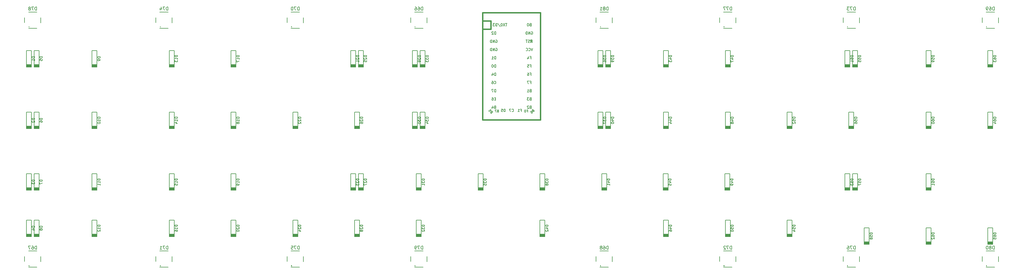
<source format=gbr>
G04 #@! TF.GenerationSoftware,KiCad,Pcbnew,(6.0.0-rc1-dev-577-ge0316af69)*
G04 #@! TF.CreationDate,2019-05-23T22:03:44-05:00*
G04 #@! TF.ProjectId,OrthonautSouthpaw,4F7274686F6E617574536F7574687061,v1*
G04 #@! TF.SameCoordinates,Original*
G04 #@! TF.FileFunction,Legend,Bot*
G04 #@! TF.FilePolarity,Positive*
%FSLAX46Y46*%
G04 Gerber Fmt 4.6, Leading zero omitted, Abs format (unit mm)*
G04 Created by KiCad (PCBNEW (6.0.0-rc1-dev-577-ge0316af69)) date 05/23/19 22:03:44*
%MOMM*%
%LPD*%
G01*
G04 APERTURE LIST*
%ADD10C,0.150000*%
%ADD11C,0.381000*%
G04 APERTURE END LIST*
D10*
G04 #@! TO.C,D68*
X237625000Y-96987500D02*
X237625000Y-95387500D01*
X232625000Y-96887500D02*
X232625000Y-95387500D01*
X233825000Y-98687500D02*
X236425000Y-98687500D01*
X236425000Y-93687500D02*
X233825000Y-93687500D01*
X233925000Y-98187500D02*
X233925000Y-98287500D01*
X234025000Y-98187500D02*
X233925000Y-98187500D01*
X234025000Y-98287500D02*
X234025000Y-98187500D01*
X233925000Y-98287500D02*
X234025000Y-98287500D01*
G04 #@! TO.C,D1*
X58949500Y-36215500D02*
X57425500Y-36215500D01*
X58949500Y-36342500D02*
X57425500Y-36342500D01*
X57425500Y-36469500D02*
X58949500Y-36469500D01*
X58949500Y-36850500D02*
X57425500Y-36850500D01*
X57425500Y-36723500D02*
X58949500Y-36723500D01*
X58949500Y-36596500D02*
X57425500Y-36596500D01*
X58949500Y-31897500D02*
X58949500Y-32405500D01*
X57425500Y-31897500D02*
X58949500Y-31897500D01*
X57425500Y-36977500D02*
X57425500Y-31897500D01*
X58949500Y-36977500D02*
X57425500Y-36977500D01*
X58949500Y-31897500D02*
X58949500Y-36977500D01*
G04 #@! TO.C,D2*
X58949500Y-55215500D02*
X57425500Y-55215500D01*
X58949500Y-55342500D02*
X57425500Y-55342500D01*
X57425500Y-55469500D02*
X58949500Y-55469500D01*
X58949500Y-55850500D02*
X57425500Y-55850500D01*
X57425500Y-55723500D02*
X58949500Y-55723500D01*
X58949500Y-55596500D02*
X57425500Y-55596500D01*
X58949500Y-50897500D02*
X58949500Y-51405500D01*
X57425500Y-50897500D02*
X58949500Y-50897500D01*
X57425500Y-55977500D02*
X57425500Y-50897500D01*
X58949500Y-55977500D02*
X57425500Y-55977500D01*
X58949500Y-50897500D02*
X58949500Y-55977500D01*
G04 #@! TO.C,D3*
X58949500Y-74215500D02*
X57425500Y-74215500D01*
X58949500Y-74342500D02*
X57425500Y-74342500D01*
X57425500Y-74469500D02*
X58949500Y-74469500D01*
X58949500Y-74850500D02*
X57425500Y-74850500D01*
X57425500Y-74723500D02*
X58949500Y-74723500D01*
X58949500Y-74596500D02*
X57425500Y-74596500D01*
X58949500Y-69897500D02*
X58949500Y-70405500D01*
X57425500Y-69897500D02*
X58949500Y-69897500D01*
X57425500Y-74977500D02*
X57425500Y-69897500D01*
X58949500Y-74977500D02*
X57425500Y-74977500D01*
X58949500Y-69897500D02*
X58949500Y-74977500D01*
G04 #@! TO.C,D5*
X61324500Y-36215500D02*
X59800500Y-36215500D01*
X61324500Y-36342500D02*
X59800500Y-36342500D01*
X59800500Y-36469500D02*
X61324500Y-36469500D01*
X61324500Y-36850500D02*
X59800500Y-36850500D01*
X59800500Y-36723500D02*
X61324500Y-36723500D01*
X61324500Y-36596500D02*
X59800500Y-36596500D01*
X61324500Y-31897500D02*
X61324500Y-32405500D01*
X59800500Y-31897500D02*
X61324500Y-31897500D01*
X59800500Y-36977500D02*
X59800500Y-31897500D01*
X61324500Y-36977500D02*
X59800500Y-36977500D01*
X61324500Y-31897500D02*
X61324500Y-36977500D01*
G04 #@! TO.C,D6*
X61324500Y-55215500D02*
X59800500Y-55215500D01*
X61324500Y-55342500D02*
X59800500Y-55342500D01*
X59800500Y-55469500D02*
X61324500Y-55469500D01*
X61324500Y-55850500D02*
X59800500Y-55850500D01*
X59800500Y-55723500D02*
X61324500Y-55723500D01*
X61324500Y-55596500D02*
X59800500Y-55596500D01*
X61324500Y-50897500D02*
X61324500Y-51405500D01*
X59800500Y-50897500D02*
X61324500Y-50897500D01*
X59800500Y-55977500D02*
X59800500Y-50897500D01*
X61324500Y-55977500D02*
X59800500Y-55977500D01*
X61324500Y-50897500D02*
X61324500Y-55977500D01*
G04 #@! TO.C,D7*
X61324500Y-74215500D02*
X59800500Y-74215500D01*
X61324500Y-74342500D02*
X59800500Y-74342500D01*
X59800500Y-74469500D02*
X61324500Y-74469500D01*
X61324500Y-74850500D02*
X59800500Y-74850500D01*
X59800500Y-74723500D02*
X61324500Y-74723500D01*
X61324500Y-74596500D02*
X59800500Y-74596500D01*
X61324500Y-69897500D02*
X61324500Y-70405500D01*
X59800500Y-69897500D02*
X61324500Y-69897500D01*
X59800500Y-74977500D02*
X59800500Y-69897500D01*
X61324500Y-74977500D02*
X59800500Y-74977500D01*
X61324500Y-69897500D02*
X61324500Y-74977500D01*
G04 #@! TO.C,D8*
X61324500Y-88465500D02*
X59800500Y-88465500D01*
X61324500Y-88592500D02*
X59800500Y-88592500D01*
X59800500Y-88719500D02*
X61324500Y-88719500D01*
X61324500Y-89100500D02*
X59800500Y-89100500D01*
X59800500Y-88973500D02*
X61324500Y-88973500D01*
X61324500Y-88846500D02*
X59800500Y-88846500D01*
X61324500Y-84147500D02*
X61324500Y-84655500D01*
X59800500Y-84147500D02*
X61324500Y-84147500D01*
X59800500Y-89227500D02*
X59800500Y-84147500D01*
X61324500Y-89227500D02*
X59800500Y-89227500D01*
X61324500Y-84147500D02*
X61324500Y-89227500D01*
G04 #@! TO.C,D9*
X79137000Y-36215500D02*
X77613000Y-36215500D01*
X79137000Y-36342500D02*
X77613000Y-36342500D01*
X77613000Y-36469500D02*
X79137000Y-36469500D01*
X79137000Y-36850500D02*
X77613000Y-36850500D01*
X77613000Y-36723500D02*
X79137000Y-36723500D01*
X79137000Y-36596500D02*
X77613000Y-36596500D01*
X79137000Y-31897500D02*
X79137000Y-32405500D01*
X77613000Y-31897500D02*
X79137000Y-31897500D01*
X77613000Y-36977500D02*
X77613000Y-31897500D01*
X79137000Y-36977500D02*
X77613000Y-36977500D01*
X79137000Y-31897500D02*
X79137000Y-36977500D01*
G04 #@! TO.C,D10*
X79137000Y-55215500D02*
X77613000Y-55215500D01*
X79137000Y-55342500D02*
X77613000Y-55342500D01*
X77613000Y-55469500D02*
X79137000Y-55469500D01*
X79137000Y-55850500D02*
X77613000Y-55850500D01*
X77613000Y-55723500D02*
X79137000Y-55723500D01*
X79137000Y-55596500D02*
X77613000Y-55596500D01*
X79137000Y-50897500D02*
X79137000Y-51405500D01*
X77613000Y-50897500D02*
X79137000Y-50897500D01*
X77613000Y-55977500D02*
X77613000Y-50897500D01*
X79137000Y-55977500D02*
X77613000Y-55977500D01*
X79137000Y-50897500D02*
X79137000Y-55977500D01*
G04 #@! TO.C,D11*
X79137000Y-74215500D02*
X77613000Y-74215500D01*
X79137000Y-74342500D02*
X77613000Y-74342500D01*
X77613000Y-74469500D02*
X79137000Y-74469500D01*
X79137000Y-74850500D02*
X77613000Y-74850500D01*
X77613000Y-74723500D02*
X79137000Y-74723500D01*
X79137000Y-74596500D02*
X77613000Y-74596500D01*
X79137000Y-69897500D02*
X79137000Y-70405500D01*
X77613000Y-69897500D02*
X79137000Y-69897500D01*
X77613000Y-74977500D02*
X77613000Y-69897500D01*
X79137000Y-74977500D02*
X77613000Y-74977500D01*
X79137000Y-69897500D02*
X79137000Y-74977500D01*
G04 #@! TO.C,D12*
X79137000Y-88465500D02*
X77613000Y-88465500D01*
X79137000Y-88592500D02*
X77613000Y-88592500D01*
X77613000Y-88719500D02*
X79137000Y-88719500D01*
X79137000Y-89100500D02*
X77613000Y-89100500D01*
X77613000Y-88973500D02*
X79137000Y-88973500D01*
X79137000Y-88846500D02*
X77613000Y-88846500D01*
X79137000Y-84147500D02*
X79137000Y-84655500D01*
X77613000Y-84147500D02*
X79137000Y-84147500D01*
X77613000Y-89227500D02*
X77613000Y-84147500D01*
X79137000Y-89227500D02*
X77613000Y-89227500D01*
X79137000Y-84147500D02*
X79137000Y-89227500D01*
G04 #@! TO.C,D13*
X102887000Y-31897500D02*
X102887000Y-36977500D01*
X102887000Y-36977500D02*
X101363000Y-36977500D01*
X101363000Y-36977500D02*
X101363000Y-31897500D01*
X101363000Y-31897500D02*
X102887000Y-31897500D01*
X102887000Y-31897500D02*
X102887000Y-32405500D01*
X102887000Y-36596500D02*
X101363000Y-36596500D01*
X101363000Y-36723500D02*
X102887000Y-36723500D01*
X102887000Y-36850500D02*
X101363000Y-36850500D01*
X101363000Y-36469500D02*
X102887000Y-36469500D01*
X102887000Y-36342500D02*
X101363000Y-36342500D01*
X102887000Y-36215500D02*
X101363000Y-36215500D01*
G04 #@! TO.C,D14*
X102887000Y-50897500D02*
X102887000Y-55977500D01*
X102887000Y-55977500D02*
X101363000Y-55977500D01*
X101363000Y-55977500D02*
X101363000Y-50897500D01*
X101363000Y-50897500D02*
X102887000Y-50897500D01*
X102887000Y-50897500D02*
X102887000Y-51405500D01*
X102887000Y-55596500D02*
X101363000Y-55596500D01*
X101363000Y-55723500D02*
X102887000Y-55723500D01*
X102887000Y-55850500D02*
X101363000Y-55850500D01*
X101363000Y-55469500D02*
X102887000Y-55469500D01*
X102887000Y-55342500D02*
X101363000Y-55342500D01*
X102887000Y-55215500D02*
X101363000Y-55215500D01*
G04 #@! TO.C,D15*
X102887000Y-69897500D02*
X102887000Y-74977500D01*
X102887000Y-74977500D02*
X101363000Y-74977500D01*
X101363000Y-74977500D02*
X101363000Y-69897500D01*
X101363000Y-69897500D02*
X102887000Y-69897500D01*
X102887000Y-69897500D02*
X102887000Y-70405500D01*
X102887000Y-74596500D02*
X101363000Y-74596500D01*
X101363000Y-74723500D02*
X102887000Y-74723500D01*
X102887000Y-74850500D02*
X101363000Y-74850500D01*
X101363000Y-74469500D02*
X102887000Y-74469500D01*
X102887000Y-74342500D02*
X101363000Y-74342500D01*
X102887000Y-74215500D02*
X101363000Y-74215500D01*
G04 #@! TO.C,D16*
X102887000Y-84147500D02*
X102887000Y-89227500D01*
X102887000Y-89227500D02*
X101363000Y-89227500D01*
X101363000Y-89227500D02*
X101363000Y-84147500D01*
X101363000Y-84147500D02*
X102887000Y-84147500D01*
X102887000Y-84147500D02*
X102887000Y-84655500D01*
X102887000Y-88846500D02*
X101363000Y-88846500D01*
X101363000Y-88973500D02*
X102887000Y-88973500D01*
X102887000Y-89100500D02*
X101363000Y-89100500D01*
X101363000Y-88719500D02*
X102887000Y-88719500D01*
X102887000Y-88592500D02*
X101363000Y-88592500D01*
X102887000Y-88465500D02*
X101363000Y-88465500D01*
G04 #@! TO.C,D17*
X121887000Y-31897500D02*
X121887000Y-36977500D01*
X121887000Y-36977500D02*
X120363000Y-36977500D01*
X120363000Y-36977500D02*
X120363000Y-31897500D01*
X120363000Y-31897500D02*
X121887000Y-31897500D01*
X121887000Y-31897500D02*
X121887000Y-32405500D01*
X121887000Y-36596500D02*
X120363000Y-36596500D01*
X120363000Y-36723500D02*
X121887000Y-36723500D01*
X121887000Y-36850500D02*
X120363000Y-36850500D01*
X120363000Y-36469500D02*
X121887000Y-36469500D01*
X121887000Y-36342500D02*
X120363000Y-36342500D01*
X121887000Y-36215500D02*
X120363000Y-36215500D01*
G04 #@! TO.C,D18*
X121887000Y-50897500D02*
X121887000Y-55977500D01*
X121887000Y-55977500D02*
X120363000Y-55977500D01*
X120363000Y-55977500D02*
X120363000Y-50897500D01*
X120363000Y-50897500D02*
X121887000Y-50897500D01*
X121887000Y-50897500D02*
X121887000Y-51405500D01*
X121887000Y-55596500D02*
X120363000Y-55596500D01*
X120363000Y-55723500D02*
X121887000Y-55723500D01*
X121887000Y-55850500D02*
X120363000Y-55850500D01*
X120363000Y-55469500D02*
X121887000Y-55469500D01*
X121887000Y-55342500D02*
X120363000Y-55342500D01*
X121887000Y-55215500D02*
X120363000Y-55215500D01*
G04 #@! TO.C,D19*
X121887000Y-69897500D02*
X121887000Y-74977500D01*
X121887000Y-74977500D02*
X120363000Y-74977500D01*
X120363000Y-74977500D02*
X120363000Y-69897500D01*
X120363000Y-69897500D02*
X121887000Y-69897500D01*
X121887000Y-69897500D02*
X121887000Y-70405500D01*
X121887000Y-74596500D02*
X120363000Y-74596500D01*
X120363000Y-74723500D02*
X121887000Y-74723500D01*
X121887000Y-74850500D02*
X120363000Y-74850500D01*
X120363000Y-74469500D02*
X121887000Y-74469500D01*
X121887000Y-74342500D02*
X120363000Y-74342500D01*
X121887000Y-74215500D02*
X120363000Y-74215500D01*
G04 #@! TO.C,D20*
X121887000Y-84147500D02*
X121887000Y-89227500D01*
X121887000Y-89227500D02*
X120363000Y-89227500D01*
X120363000Y-89227500D02*
X120363000Y-84147500D01*
X120363000Y-84147500D02*
X121887000Y-84147500D01*
X121887000Y-84147500D02*
X121887000Y-84655500D01*
X121887000Y-88846500D02*
X120363000Y-88846500D01*
X120363000Y-88973500D02*
X121887000Y-88973500D01*
X121887000Y-89100500D02*
X120363000Y-89100500D01*
X120363000Y-88719500D02*
X121887000Y-88719500D01*
X121887000Y-88592500D02*
X120363000Y-88592500D01*
X121887000Y-88465500D02*
X120363000Y-88465500D01*
G04 #@! TO.C,D21*
X158699500Y-31897500D02*
X158699500Y-36977500D01*
X158699500Y-36977500D02*
X157175500Y-36977500D01*
X157175500Y-36977500D02*
X157175500Y-31897500D01*
X157175500Y-31897500D02*
X158699500Y-31897500D01*
X158699500Y-31897500D02*
X158699500Y-32405500D01*
X158699500Y-36596500D02*
X157175500Y-36596500D01*
X157175500Y-36723500D02*
X158699500Y-36723500D01*
X158699500Y-36850500D02*
X157175500Y-36850500D01*
X157175500Y-36469500D02*
X158699500Y-36469500D01*
X158699500Y-36342500D02*
X157175500Y-36342500D01*
X158699500Y-36215500D02*
X157175500Y-36215500D01*
G04 #@! TO.C,D22*
X140887000Y-50897500D02*
X140887000Y-55977500D01*
X140887000Y-55977500D02*
X139363000Y-55977500D01*
X139363000Y-55977500D02*
X139363000Y-50897500D01*
X139363000Y-50897500D02*
X140887000Y-50897500D01*
X140887000Y-50897500D02*
X140887000Y-51405500D01*
X140887000Y-55596500D02*
X139363000Y-55596500D01*
X139363000Y-55723500D02*
X140887000Y-55723500D01*
X140887000Y-55850500D02*
X139363000Y-55850500D01*
X139363000Y-55469500D02*
X140887000Y-55469500D01*
X140887000Y-55342500D02*
X139363000Y-55342500D01*
X140887000Y-55215500D02*
X139363000Y-55215500D01*
G04 #@! TO.C,D23*
X158699500Y-69897500D02*
X158699500Y-74977500D01*
X158699500Y-74977500D02*
X157175500Y-74977500D01*
X157175500Y-74977500D02*
X157175500Y-69897500D01*
X157175500Y-69897500D02*
X158699500Y-69897500D01*
X158699500Y-69897500D02*
X158699500Y-70405500D01*
X158699500Y-74596500D02*
X157175500Y-74596500D01*
X157175500Y-74723500D02*
X158699500Y-74723500D01*
X158699500Y-74850500D02*
X157175500Y-74850500D01*
X157175500Y-74469500D02*
X158699500Y-74469500D01*
X158699500Y-74342500D02*
X157175500Y-74342500D01*
X158699500Y-74215500D02*
X157175500Y-74215500D01*
G04 #@! TO.C,D24*
X140887000Y-84147500D02*
X140887000Y-89227500D01*
X140887000Y-89227500D02*
X139363000Y-89227500D01*
X139363000Y-89227500D02*
X139363000Y-84147500D01*
X139363000Y-84147500D02*
X140887000Y-84147500D01*
X140887000Y-84147500D02*
X140887000Y-84655500D01*
X140887000Y-88846500D02*
X139363000Y-88846500D01*
X139363000Y-88973500D02*
X140887000Y-88973500D01*
X140887000Y-89100500D02*
X139363000Y-89100500D01*
X139363000Y-88719500D02*
X140887000Y-88719500D01*
X140887000Y-88592500D02*
X139363000Y-88592500D01*
X140887000Y-88465500D02*
X139363000Y-88465500D01*
G04 #@! TO.C,D25*
X161074500Y-31897500D02*
X161074500Y-36977500D01*
X161074500Y-36977500D02*
X159550500Y-36977500D01*
X159550500Y-36977500D02*
X159550500Y-31897500D01*
X159550500Y-31897500D02*
X161074500Y-31897500D01*
X161074500Y-31897500D02*
X161074500Y-32405500D01*
X161074500Y-36596500D02*
X159550500Y-36596500D01*
X159550500Y-36723500D02*
X161074500Y-36723500D01*
X161074500Y-36850500D02*
X159550500Y-36850500D01*
X159550500Y-36469500D02*
X161074500Y-36469500D01*
X161074500Y-36342500D02*
X159550500Y-36342500D01*
X161074500Y-36215500D02*
X159550500Y-36215500D01*
G04 #@! TO.C,D26*
X159887000Y-50897500D02*
X159887000Y-55977500D01*
X159887000Y-55977500D02*
X158363000Y-55977500D01*
X158363000Y-55977500D02*
X158363000Y-50897500D01*
X158363000Y-50897500D02*
X159887000Y-50897500D01*
X159887000Y-50897500D02*
X159887000Y-51405500D01*
X159887000Y-55596500D02*
X158363000Y-55596500D01*
X158363000Y-55723500D02*
X159887000Y-55723500D01*
X159887000Y-55850500D02*
X158363000Y-55850500D01*
X158363000Y-55469500D02*
X159887000Y-55469500D01*
X159887000Y-55342500D02*
X158363000Y-55342500D01*
X159887000Y-55215500D02*
X158363000Y-55215500D01*
G04 #@! TO.C,D27*
X161074500Y-69897500D02*
X161074500Y-74977500D01*
X161074500Y-74977500D02*
X159550500Y-74977500D01*
X159550500Y-74977500D02*
X159550500Y-69897500D01*
X159550500Y-69897500D02*
X161074500Y-69897500D01*
X161074500Y-69897500D02*
X161074500Y-70405500D01*
X161074500Y-74596500D02*
X159550500Y-74596500D01*
X159550500Y-74723500D02*
X161074500Y-74723500D01*
X161074500Y-74850500D02*
X159550500Y-74850500D01*
X159550500Y-74469500D02*
X161074500Y-74469500D01*
X161074500Y-74342500D02*
X159550500Y-74342500D01*
X161074500Y-74215500D02*
X159550500Y-74215500D01*
G04 #@! TO.C,D28*
X159887000Y-84147500D02*
X159887000Y-89227500D01*
X159887000Y-89227500D02*
X158363000Y-89227500D01*
X158363000Y-89227500D02*
X158363000Y-84147500D01*
X158363000Y-84147500D02*
X159887000Y-84147500D01*
X159887000Y-84147500D02*
X159887000Y-84655500D01*
X159887000Y-88846500D02*
X158363000Y-88846500D01*
X158363000Y-88973500D02*
X159887000Y-88973500D01*
X159887000Y-89100500D02*
X158363000Y-89100500D01*
X158363000Y-88719500D02*
X159887000Y-88719500D01*
X159887000Y-88592500D02*
X158363000Y-88592500D01*
X159887000Y-88465500D02*
X158363000Y-88465500D01*
G04 #@! TO.C,D29*
X177699500Y-31897500D02*
X177699500Y-36977500D01*
X177699500Y-36977500D02*
X176175500Y-36977500D01*
X176175500Y-36977500D02*
X176175500Y-31897500D01*
X176175500Y-31897500D02*
X177699500Y-31897500D01*
X177699500Y-31897500D02*
X177699500Y-32405500D01*
X177699500Y-36596500D02*
X176175500Y-36596500D01*
X176175500Y-36723500D02*
X177699500Y-36723500D01*
X177699500Y-36850500D02*
X176175500Y-36850500D01*
X176175500Y-36469500D02*
X177699500Y-36469500D01*
X177699500Y-36342500D02*
X176175500Y-36342500D01*
X177699500Y-36215500D02*
X176175500Y-36215500D01*
G04 #@! TO.C,D30*
X177699500Y-50897500D02*
X177699500Y-55977500D01*
X177699500Y-55977500D02*
X176175500Y-55977500D01*
X176175500Y-55977500D02*
X176175500Y-50897500D01*
X176175500Y-50897500D02*
X177699500Y-50897500D01*
X177699500Y-50897500D02*
X177699500Y-51405500D01*
X177699500Y-55596500D02*
X176175500Y-55596500D01*
X176175500Y-55723500D02*
X177699500Y-55723500D01*
X177699500Y-55850500D02*
X176175500Y-55850500D01*
X176175500Y-55469500D02*
X177699500Y-55469500D01*
X177699500Y-55342500D02*
X176175500Y-55342500D01*
X177699500Y-55215500D02*
X176175500Y-55215500D01*
G04 #@! TO.C,D31*
X178887000Y-69897500D02*
X178887000Y-74977500D01*
X178887000Y-74977500D02*
X177363000Y-74977500D01*
X177363000Y-74977500D02*
X177363000Y-69897500D01*
X177363000Y-69897500D02*
X178887000Y-69897500D01*
X178887000Y-69897500D02*
X178887000Y-70405500D01*
X178887000Y-74596500D02*
X177363000Y-74596500D01*
X177363000Y-74723500D02*
X178887000Y-74723500D01*
X178887000Y-74850500D02*
X177363000Y-74850500D01*
X177363000Y-74469500D02*
X178887000Y-74469500D01*
X178887000Y-74342500D02*
X177363000Y-74342500D01*
X178887000Y-74215500D02*
X177363000Y-74215500D01*
G04 #@! TO.C,D32*
X178887000Y-84147500D02*
X178887000Y-89227500D01*
X178887000Y-89227500D02*
X177363000Y-89227500D01*
X177363000Y-89227500D02*
X177363000Y-84147500D01*
X177363000Y-84147500D02*
X178887000Y-84147500D01*
X178887000Y-84147500D02*
X178887000Y-84655500D01*
X178887000Y-88846500D02*
X177363000Y-88846500D01*
X177363000Y-88973500D02*
X178887000Y-88973500D01*
X178887000Y-89100500D02*
X177363000Y-89100500D01*
X177363000Y-88719500D02*
X178887000Y-88719500D01*
X178887000Y-88592500D02*
X177363000Y-88592500D01*
X178887000Y-88465500D02*
X177363000Y-88465500D01*
G04 #@! TO.C,D33*
X180074500Y-31897500D02*
X180074500Y-36977500D01*
X180074500Y-36977500D02*
X178550500Y-36977500D01*
X178550500Y-36977500D02*
X178550500Y-31897500D01*
X178550500Y-31897500D02*
X180074500Y-31897500D01*
X180074500Y-31897500D02*
X180074500Y-32405500D01*
X180074500Y-36596500D02*
X178550500Y-36596500D01*
X178550500Y-36723500D02*
X180074500Y-36723500D01*
X180074500Y-36850500D02*
X178550500Y-36850500D01*
X178550500Y-36469500D02*
X180074500Y-36469500D01*
X180074500Y-36342500D02*
X178550500Y-36342500D01*
X180074500Y-36215500D02*
X178550500Y-36215500D01*
G04 #@! TO.C,D34*
X180074500Y-50897500D02*
X180074500Y-55977500D01*
X180074500Y-55977500D02*
X178550500Y-55977500D01*
X178550500Y-55977500D02*
X178550500Y-50897500D01*
X178550500Y-50897500D02*
X180074500Y-50897500D01*
X180074500Y-50897500D02*
X180074500Y-51405500D01*
X180074500Y-55596500D02*
X178550500Y-55596500D01*
X178550500Y-55723500D02*
X180074500Y-55723500D01*
X180074500Y-55850500D02*
X178550500Y-55850500D01*
X178550500Y-55469500D02*
X180074500Y-55469500D01*
X180074500Y-55342500D02*
X178550500Y-55342500D01*
X180074500Y-55215500D02*
X178550500Y-55215500D01*
G04 #@! TO.C,D35*
X197887000Y-69897500D02*
X197887000Y-74977500D01*
X197887000Y-74977500D02*
X196363000Y-74977500D01*
X196363000Y-74977500D02*
X196363000Y-69897500D01*
X196363000Y-69897500D02*
X197887000Y-69897500D01*
X197887000Y-69897500D02*
X197887000Y-70405500D01*
X197887000Y-74596500D02*
X196363000Y-74596500D01*
X196363000Y-74723500D02*
X197887000Y-74723500D01*
X197887000Y-74850500D02*
X196363000Y-74850500D01*
X196363000Y-74469500D02*
X197887000Y-74469500D01*
X197887000Y-74342500D02*
X196363000Y-74342500D01*
X197887000Y-74215500D02*
X196363000Y-74215500D01*
G04 #@! TO.C,D36*
X234699500Y-31897500D02*
X234699500Y-36977500D01*
X234699500Y-36977500D02*
X233175500Y-36977500D01*
X233175500Y-36977500D02*
X233175500Y-31897500D01*
X233175500Y-31897500D02*
X234699500Y-31897500D01*
X234699500Y-31897500D02*
X234699500Y-32405500D01*
X234699500Y-36596500D02*
X233175500Y-36596500D01*
X233175500Y-36723500D02*
X234699500Y-36723500D01*
X234699500Y-36850500D02*
X233175500Y-36850500D01*
X233175500Y-36469500D02*
X234699500Y-36469500D01*
X234699500Y-36342500D02*
X233175500Y-36342500D01*
X234699500Y-36215500D02*
X233175500Y-36215500D01*
G04 #@! TO.C,D37*
X234699500Y-50897500D02*
X234699500Y-55977500D01*
X234699500Y-55977500D02*
X233175500Y-55977500D01*
X233175500Y-55977500D02*
X233175500Y-50897500D01*
X233175500Y-50897500D02*
X234699500Y-50897500D01*
X234699500Y-50897500D02*
X234699500Y-51405500D01*
X234699500Y-55596500D02*
X233175500Y-55596500D01*
X233175500Y-55723500D02*
X234699500Y-55723500D01*
X234699500Y-55850500D02*
X233175500Y-55850500D01*
X233175500Y-55469500D02*
X234699500Y-55469500D01*
X234699500Y-55342500D02*
X233175500Y-55342500D01*
X234699500Y-55215500D02*
X233175500Y-55215500D01*
G04 #@! TO.C,D38*
X216887000Y-69897500D02*
X216887000Y-74977500D01*
X216887000Y-74977500D02*
X215363000Y-74977500D01*
X215363000Y-74977500D02*
X215363000Y-69897500D01*
X215363000Y-69897500D02*
X216887000Y-69897500D01*
X216887000Y-69897500D02*
X216887000Y-70405500D01*
X216887000Y-74596500D02*
X215363000Y-74596500D01*
X215363000Y-74723500D02*
X216887000Y-74723500D01*
X216887000Y-74850500D02*
X215363000Y-74850500D01*
X215363000Y-74469500D02*
X216887000Y-74469500D01*
X216887000Y-74342500D02*
X215363000Y-74342500D01*
X216887000Y-74215500D02*
X215363000Y-74215500D01*
G04 #@! TO.C,D39*
X237074500Y-31897500D02*
X237074500Y-36977500D01*
X237074500Y-36977500D02*
X235550500Y-36977500D01*
X235550500Y-36977500D02*
X235550500Y-31897500D01*
X235550500Y-31897500D02*
X237074500Y-31897500D01*
X237074500Y-31897500D02*
X237074500Y-32405500D01*
X237074500Y-36596500D02*
X235550500Y-36596500D01*
X235550500Y-36723500D02*
X237074500Y-36723500D01*
X237074500Y-36850500D02*
X235550500Y-36850500D01*
X235550500Y-36469500D02*
X237074500Y-36469500D01*
X237074500Y-36342500D02*
X235550500Y-36342500D01*
X237074500Y-36215500D02*
X235550500Y-36215500D01*
G04 #@! TO.C,D40*
X237074500Y-50897500D02*
X237074500Y-55977500D01*
X237074500Y-55977500D02*
X235550500Y-55977500D01*
X235550500Y-55977500D02*
X235550500Y-50897500D01*
X235550500Y-50897500D02*
X237074500Y-50897500D01*
X237074500Y-50897500D02*
X237074500Y-51405500D01*
X237074500Y-55596500D02*
X235550500Y-55596500D01*
X235550500Y-55723500D02*
X237074500Y-55723500D01*
X237074500Y-55850500D02*
X235550500Y-55850500D01*
X235550500Y-55469500D02*
X237074500Y-55469500D01*
X237074500Y-55342500D02*
X235550500Y-55342500D01*
X237074500Y-55215500D02*
X235550500Y-55215500D01*
G04 #@! TO.C,D41*
X235887000Y-69897500D02*
X235887000Y-74977500D01*
X235887000Y-74977500D02*
X234363000Y-74977500D01*
X234363000Y-74977500D02*
X234363000Y-69897500D01*
X234363000Y-69897500D02*
X235887000Y-69897500D01*
X235887000Y-69897500D02*
X235887000Y-70405500D01*
X235887000Y-74596500D02*
X234363000Y-74596500D01*
X234363000Y-74723500D02*
X235887000Y-74723500D01*
X235887000Y-74850500D02*
X234363000Y-74850500D01*
X234363000Y-74469500D02*
X235887000Y-74469500D01*
X235887000Y-74342500D02*
X234363000Y-74342500D01*
X235887000Y-74215500D02*
X234363000Y-74215500D01*
G04 #@! TO.C,D42*
X216887000Y-84147500D02*
X216887000Y-89227500D01*
X216887000Y-89227500D02*
X215363000Y-89227500D01*
X215363000Y-89227500D02*
X215363000Y-84147500D01*
X215363000Y-84147500D02*
X216887000Y-84147500D01*
X216887000Y-84147500D02*
X216887000Y-84655500D01*
X216887000Y-88846500D02*
X215363000Y-88846500D01*
X215363000Y-88973500D02*
X216887000Y-88973500D01*
X216887000Y-89100500D02*
X215363000Y-89100500D01*
X215363000Y-88719500D02*
X216887000Y-88719500D01*
X216887000Y-88592500D02*
X215363000Y-88592500D01*
X216887000Y-88465500D02*
X215363000Y-88465500D01*
G04 #@! TO.C,D43*
X254887000Y-31897500D02*
X254887000Y-36977500D01*
X254887000Y-36977500D02*
X253363000Y-36977500D01*
X253363000Y-36977500D02*
X253363000Y-31897500D01*
X253363000Y-31897500D02*
X254887000Y-31897500D01*
X254887000Y-31897500D02*
X254887000Y-32405500D01*
X254887000Y-36596500D02*
X253363000Y-36596500D01*
X253363000Y-36723500D02*
X254887000Y-36723500D01*
X254887000Y-36850500D02*
X253363000Y-36850500D01*
X253363000Y-36469500D02*
X254887000Y-36469500D01*
X254887000Y-36342500D02*
X253363000Y-36342500D01*
X254887000Y-36215500D02*
X253363000Y-36215500D01*
G04 #@! TO.C,D44*
X254887000Y-50897500D02*
X254887000Y-55977500D01*
X254887000Y-55977500D02*
X253363000Y-55977500D01*
X253363000Y-55977500D02*
X253363000Y-50897500D01*
X253363000Y-50897500D02*
X254887000Y-50897500D01*
X254887000Y-50897500D02*
X254887000Y-51405500D01*
X254887000Y-55596500D02*
X253363000Y-55596500D01*
X253363000Y-55723500D02*
X254887000Y-55723500D01*
X254887000Y-55850500D02*
X253363000Y-55850500D01*
X253363000Y-55469500D02*
X254887000Y-55469500D01*
X254887000Y-55342500D02*
X253363000Y-55342500D01*
X254887000Y-55215500D02*
X253363000Y-55215500D01*
G04 #@! TO.C,D45*
X254762000Y-74215500D02*
X253238000Y-74215500D01*
X254762000Y-74342500D02*
X253238000Y-74342500D01*
X253238000Y-74469500D02*
X254762000Y-74469500D01*
X254762000Y-74850500D02*
X253238000Y-74850500D01*
X253238000Y-74723500D02*
X254762000Y-74723500D01*
X254762000Y-74596500D02*
X253238000Y-74596500D01*
X254762000Y-69897500D02*
X254762000Y-70405500D01*
X253238000Y-69897500D02*
X254762000Y-69897500D01*
X253238000Y-74977500D02*
X253238000Y-69897500D01*
X254762000Y-74977500D02*
X253238000Y-74977500D01*
X254762000Y-69897500D02*
X254762000Y-74977500D01*
G04 #@! TO.C,D46*
X254887000Y-88465500D02*
X253363000Y-88465500D01*
X254887000Y-88592500D02*
X253363000Y-88592500D01*
X253363000Y-88719500D02*
X254887000Y-88719500D01*
X254887000Y-89100500D02*
X253363000Y-89100500D01*
X253363000Y-88973500D02*
X254887000Y-88973500D01*
X254887000Y-88846500D02*
X253363000Y-88846500D01*
X254887000Y-84147500D02*
X254887000Y-84655500D01*
X253363000Y-84147500D02*
X254887000Y-84147500D01*
X253363000Y-89227500D02*
X253363000Y-84147500D01*
X254887000Y-89227500D02*
X253363000Y-89227500D01*
X254887000Y-84147500D02*
X254887000Y-89227500D01*
G04 #@! TO.C,D47*
X273887000Y-36215500D02*
X272363000Y-36215500D01*
X273887000Y-36342500D02*
X272363000Y-36342500D01*
X272363000Y-36469500D02*
X273887000Y-36469500D01*
X273887000Y-36850500D02*
X272363000Y-36850500D01*
X272363000Y-36723500D02*
X273887000Y-36723500D01*
X273887000Y-36596500D02*
X272363000Y-36596500D01*
X273887000Y-31897500D02*
X273887000Y-32405500D01*
X272363000Y-31897500D02*
X273887000Y-31897500D01*
X272363000Y-36977500D02*
X272363000Y-31897500D01*
X273887000Y-36977500D02*
X272363000Y-36977500D01*
X273887000Y-31897500D02*
X273887000Y-36977500D01*
G04 #@! TO.C,D48*
X273887000Y-55215500D02*
X272363000Y-55215500D01*
X273887000Y-55342500D02*
X272363000Y-55342500D01*
X272363000Y-55469500D02*
X273887000Y-55469500D01*
X273887000Y-55850500D02*
X272363000Y-55850500D01*
X272363000Y-55723500D02*
X273887000Y-55723500D01*
X273887000Y-55596500D02*
X272363000Y-55596500D01*
X273887000Y-50897500D02*
X273887000Y-51405500D01*
X272363000Y-50897500D02*
X273887000Y-50897500D01*
X272363000Y-55977500D02*
X272363000Y-50897500D01*
X273887000Y-55977500D02*
X272363000Y-55977500D01*
X273887000Y-50897500D02*
X273887000Y-55977500D01*
G04 #@! TO.C,D49*
X273762000Y-74215500D02*
X272238000Y-74215500D01*
X273762000Y-74342500D02*
X272238000Y-74342500D01*
X272238000Y-74469500D02*
X273762000Y-74469500D01*
X273762000Y-74850500D02*
X272238000Y-74850500D01*
X272238000Y-74723500D02*
X273762000Y-74723500D01*
X273762000Y-74596500D02*
X272238000Y-74596500D01*
X273762000Y-69897500D02*
X273762000Y-70405500D01*
X272238000Y-69897500D02*
X273762000Y-69897500D01*
X272238000Y-74977500D02*
X272238000Y-69897500D01*
X273762000Y-74977500D02*
X272238000Y-74977500D01*
X273762000Y-69897500D02*
X273762000Y-74977500D01*
G04 #@! TO.C,D50*
X273887000Y-88465500D02*
X272363000Y-88465500D01*
X273887000Y-88592500D02*
X272363000Y-88592500D01*
X272363000Y-88719500D02*
X273887000Y-88719500D01*
X273887000Y-89100500D02*
X272363000Y-89100500D01*
X272363000Y-88973500D02*
X273887000Y-88973500D01*
X273887000Y-88846500D02*
X272363000Y-88846500D01*
X273887000Y-84147500D02*
X273887000Y-84655500D01*
X272363000Y-84147500D02*
X273887000Y-84147500D01*
X272363000Y-89227500D02*
X272363000Y-84147500D01*
X273887000Y-89227500D02*
X272363000Y-89227500D01*
X273887000Y-84147500D02*
X273887000Y-89227500D01*
G04 #@! TO.C,D51*
X310699500Y-36215500D02*
X309175500Y-36215500D01*
X310699500Y-36342500D02*
X309175500Y-36342500D01*
X309175500Y-36469500D02*
X310699500Y-36469500D01*
X310699500Y-36850500D02*
X309175500Y-36850500D01*
X309175500Y-36723500D02*
X310699500Y-36723500D01*
X310699500Y-36596500D02*
X309175500Y-36596500D01*
X310699500Y-31897500D02*
X310699500Y-32405500D01*
X309175500Y-31897500D02*
X310699500Y-31897500D01*
X309175500Y-36977500D02*
X309175500Y-31897500D01*
X310699500Y-36977500D02*
X309175500Y-36977500D01*
X310699500Y-31897500D02*
X310699500Y-36977500D01*
G04 #@! TO.C,D52*
X292887000Y-55215500D02*
X291363000Y-55215500D01*
X292887000Y-55342500D02*
X291363000Y-55342500D01*
X291363000Y-55469500D02*
X292887000Y-55469500D01*
X292887000Y-55850500D02*
X291363000Y-55850500D01*
X291363000Y-55723500D02*
X292887000Y-55723500D01*
X292887000Y-55596500D02*
X291363000Y-55596500D01*
X292887000Y-50897500D02*
X292887000Y-51405500D01*
X291363000Y-50897500D02*
X292887000Y-50897500D01*
X291363000Y-55977500D02*
X291363000Y-50897500D01*
X292887000Y-55977500D02*
X291363000Y-55977500D01*
X292887000Y-50897500D02*
X292887000Y-55977500D01*
G04 #@! TO.C,D53*
X310699500Y-74215500D02*
X309175500Y-74215500D01*
X310699500Y-74342500D02*
X309175500Y-74342500D01*
X309175500Y-74469500D02*
X310699500Y-74469500D01*
X310699500Y-74850500D02*
X309175500Y-74850500D01*
X309175500Y-74723500D02*
X310699500Y-74723500D01*
X310699500Y-74596500D02*
X309175500Y-74596500D01*
X310699500Y-69897500D02*
X310699500Y-70405500D01*
X309175500Y-69897500D02*
X310699500Y-69897500D01*
X309175500Y-74977500D02*
X309175500Y-69897500D01*
X310699500Y-74977500D02*
X309175500Y-74977500D01*
X310699500Y-69897500D02*
X310699500Y-74977500D01*
G04 #@! TO.C,D54*
X292887000Y-88465500D02*
X291363000Y-88465500D01*
X292887000Y-88592500D02*
X291363000Y-88592500D01*
X291363000Y-88719500D02*
X292887000Y-88719500D01*
X292887000Y-89100500D02*
X291363000Y-89100500D01*
X291363000Y-88973500D02*
X292887000Y-88973500D01*
X292887000Y-88846500D02*
X291363000Y-88846500D01*
X292887000Y-84147500D02*
X292887000Y-84655500D01*
X291363000Y-84147500D02*
X292887000Y-84147500D01*
X291363000Y-89227500D02*
X291363000Y-84147500D01*
X292887000Y-89227500D02*
X291363000Y-89227500D01*
X292887000Y-84147500D02*
X292887000Y-89227500D01*
G04 #@! TO.C,D55*
X313074500Y-36215500D02*
X311550500Y-36215500D01*
X313074500Y-36342500D02*
X311550500Y-36342500D01*
X311550500Y-36469500D02*
X313074500Y-36469500D01*
X313074500Y-36850500D02*
X311550500Y-36850500D01*
X311550500Y-36723500D02*
X313074500Y-36723500D01*
X313074500Y-36596500D02*
X311550500Y-36596500D01*
X313074500Y-31897500D02*
X313074500Y-32405500D01*
X311550500Y-31897500D02*
X313074500Y-31897500D01*
X311550500Y-36977500D02*
X311550500Y-31897500D01*
X313074500Y-36977500D02*
X311550500Y-36977500D01*
X313074500Y-31897500D02*
X313074500Y-36977500D01*
G04 #@! TO.C,D56*
X311887000Y-55215500D02*
X310363000Y-55215500D01*
X311887000Y-55342500D02*
X310363000Y-55342500D01*
X310363000Y-55469500D02*
X311887000Y-55469500D01*
X311887000Y-55850500D02*
X310363000Y-55850500D01*
X310363000Y-55723500D02*
X311887000Y-55723500D01*
X311887000Y-55596500D02*
X310363000Y-55596500D01*
X311887000Y-50897500D02*
X311887000Y-51405500D01*
X310363000Y-50897500D02*
X311887000Y-50897500D01*
X310363000Y-55977500D02*
X310363000Y-50897500D01*
X311887000Y-55977500D02*
X310363000Y-55977500D01*
X311887000Y-50897500D02*
X311887000Y-55977500D01*
G04 #@! TO.C,D57*
X313074500Y-74215500D02*
X311550500Y-74215500D01*
X313074500Y-74342500D02*
X311550500Y-74342500D01*
X311550500Y-74469500D02*
X313074500Y-74469500D01*
X313074500Y-74850500D02*
X311550500Y-74850500D01*
X311550500Y-74723500D02*
X313074500Y-74723500D01*
X313074500Y-74596500D02*
X311550500Y-74596500D01*
X313074500Y-69897500D02*
X313074500Y-70405500D01*
X311550500Y-69897500D02*
X313074500Y-69897500D01*
X311550500Y-74977500D02*
X311550500Y-69897500D01*
X313074500Y-74977500D02*
X311550500Y-74977500D01*
X313074500Y-69897500D02*
X313074500Y-74977500D01*
G04 #@! TO.C,D58*
X316637000Y-90840500D02*
X315113000Y-90840500D01*
X316637000Y-90967500D02*
X315113000Y-90967500D01*
X315113000Y-91094500D02*
X316637000Y-91094500D01*
X316637000Y-91475500D02*
X315113000Y-91475500D01*
X315113000Y-91348500D02*
X316637000Y-91348500D01*
X316637000Y-91221500D02*
X315113000Y-91221500D01*
X316637000Y-86522500D02*
X316637000Y-87030500D01*
X315113000Y-86522500D02*
X316637000Y-86522500D01*
X315113000Y-91602500D02*
X315113000Y-86522500D01*
X316637000Y-91602500D02*
X315113000Y-91602500D01*
X316637000Y-86522500D02*
X316637000Y-91602500D01*
G04 #@! TO.C,D59*
X335637000Y-36215500D02*
X334113000Y-36215500D01*
X335637000Y-36342500D02*
X334113000Y-36342500D01*
X334113000Y-36469500D02*
X335637000Y-36469500D01*
X335637000Y-36850500D02*
X334113000Y-36850500D01*
X334113000Y-36723500D02*
X335637000Y-36723500D01*
X335637000Y-36596500D02*
X334113000Y-36596500D01*
X335637000Y-31897500D02*
X335637000Y-32405500D01*
X334113000Y-31897500D02*
X335637000Y-31897500D01*
X334113000Y-36977500D02*
X334113000Y-31897500D01*
X335637000Y-36977500D02*
X334113000Y-36977500D01*
X335637000Y-31897500D02*
X335637000Y-36977500D01*
G04 #@! TO.C,D60*
X335637000Y-55215500D02*
X334113000Y-55215500D01*
X335637000Y-55342500D02*
X334113000Y-55342500D01*
X334113000Y-55469500D02*
X335637000Y-55469500D01*
X335637000Y-55850500D02*
X334113000Y-55850500D01*
X334113000Y-55723500D02*
X335637000Y-55723500D01*
X335637000Y-55596500D02*
X334113000Y-55596500D01*
X335637000Y-50897500D02*
X335637000Y-51405500D01*
X334113000Y-50897500D02*
X335637000Y-50897500D01*
X334113000Y-55977500D02*
X334113000Y-50897500D01*
X335637000Y-55977500D02*
X334113000Y-55977500D01*
X335637000Y-50897500D02*
X335637000Y-55977500D01*
G04 #@! TO.C,D61*
X335637000Y-74215500D02*
X334113000Y-74215500D01*
X335637000Y-74342500D02*
X334113000Y-74342500D01*
X334113000Y-74469500D02*
X335637000Y-74469500D01*
X335637000Y-74850500D02*
X334113000Y-74850500D01*
X334113000Y-74723500D02*
X335637000Y-74723500D01*
X335637000Y-74596500D02*
X334113000Y-74596500D01*
X335637000Y-69897500D02*
X335637000Y-70405500D01*
X334113000Y-69897500D02*
X335637000Y-69897500D01*
X334113000Y-74977500D02*
X334113000Y-69897500D01*
X335637000Y-74977500D02*
X334113000Y-74977500D01*
X335637000Y-69897500D02*
X335637000Y-74977500D01*
G04 #@! TO.C,D62*
X335637000Y-90840500D02*
X334113000Y-90840500D01*
X335637000Y-90967500D02*
X334113000Y-90967500D01*
X334113000Y-91094500D02*
X335637000Y-91094500D01*
X335637000Y-91475500D02*
X334113000Y-91475500D01*
X334113000Y-91348500D02*
X335637000Y-91348500D01*
X335637000Y-91221500D02*
X334113000Y-91221500D01*
X335637000Y-86522500D02*
X335637000Y-87030500D01*
X334113000Y-86522500D02*
X335637000Y-86522500D01*
X334113000Y-91602500D02*
X334113000Y-86522500D01*
X335637000Y-91602500D02*
X334113000Y-91602500D01*
X335637000Y-86522500D02*
X335637000Y-91602500D01*
G04 #@! TO.C,D63*
X354637000Y-36215500D02*
X353113000Y-36215500D01*
X354637000Y-36342500D02*
X353113000Y-36342500D01*
X353113000Y-36469500D02*
X354637000Y-36469500D01*
X354637000Y-36850500D02*
X353113000Y-36850500D01*
X353113000Y-36723500D02*
X354637000Y-36723500D01*
X354637000Y-36596500D02*
X353113000Y-36596500D01*
X354637000Y-31897500D02*
X354637000Y-32405500D01*
X353113000Y-31897500D02*
X354637000Y-31897500D01*
X353113000Y-36977500D02*
X353113000Y-31897500D01*
X354637000Y-36977500D02*
X353113000Y-36977500D01*
X354637000Y-31897500D02*
X354637000Y-36977500D01*
G04 #@! TO.C,D64*
X354637000Y-55215500D02*
X353113000Y-55215500D01*
X354637000Y-55342500D02*
X353113000Y-55342500D01*
X353113000Y-55469500D02*
X354637000Y-55469500D01*
X354637000Y-55850500D02*
X353113000Y-55850500D01*
X353113000Y-55723500D02*
X354637000Y-55723500D01*
X354637000Y-55596500D02*
X353113000Y-55596500D01*
X354637000Y-50897500D02*
X354637000Y-51405500D01*
X353113000Y-50897500D02*
X354637000Y-50897500D01*
X353113000Y-55977500D02*
X353113000Y-50897500D01*
X354637000Y-55977500D02*
X353113000Y-55977500D01*
X354637000Y-50897500D02*
X354637000Y-55977500D01*
G04 #@! TO.C,D65*
X354637000Y-90840500D02*
X353113000Y-90840500D01*
X354637000Y-90967500D02*
X353113000Y-90967500D01*
X353113000Y-91094500D02*
X354637000Y-91094500D01*
X354637000Y-91475500D02*
X353113000Y-91475500D01*
X353113000Y-91348500D02*
X354637000Y-91348500D01*
X354637000Y-91221500D02*
X353113000Y-91221500D01*
X354637000Y-86522500D02*
X354637000Y-87030500D01*
X353113000Y-86522500D02*
X354637000Y-86522500D01*
X353113000Y-91602500D02*
X353113000Y-86522500D01*
X354637000Y-91602500D02*
X353113000Y-91602500D01*
X354637000Y-86522500D02*
X354637000Y-91602500D01*
G04 #@! TO.C,D66*
X180625000Y-23362500D02*
X180625000Y-21762500D01*
X175625000Y-23262500D02*
X175625000Y-21762500D01*
X176825000Y-25062500D02*
X179425000Y-25062500D01*
X179425000Y-20062500D02*
X176825000Y-20062500D01*
X176925000Y-24562500D02*
X176925000Y-24662500D01*
X177025000Y-24562500D02*
X176925000Y-24562500D01*
X177025000Y-24662500D02*
X177025000Y-24562500D01*
X176925000Y-24662500D02*
X177025000Y-24662500D01*
G04 #@! TO.C,D67*
X58175000Y-98287500D02*
X58275000Y-98287500D01*
X58275000Y-98287500D02*
X58275000Y-98187500D01*
X58275000Y-98187500D02*
X58175000Y-98187500D01*
X58175000Y-98187500D02*
X58175000Y-98287500D01*
X60675000Y-93687500D02*
X58075000Y-93687500D01*
X58075000Y-98687500D02*
X60675000Y-98687500D01*
X56875000Y-96887500D02*
X56875000Y-95387500D01*
X61875000Y-96987500D02*
X61875000Y-95387500D01*
G04 #@! TO.C,D69*
X356375000Y-23362500D02*
X356375000Y-21762500D01*
X351375000Y-23262500D02*
X351375000Y-21762500D01*
X352575000Y-25062500D02*
X355175000Y-25062500D01*
X355175000Y-20062500D02*
X352575000Y-20062500D01*
X352675000Y-24562500D02*
X352675000Y-24662500D01*
X352775000Y-24562500D02*
X352675000Y-24562500D01*
X352775000Y-24662500D02*
X352775000Y-24562500D01*
X352675000Y-24662500D02*
X352775000Y-24662500D01*
G04 #@! TO.C,D70*
X138925000Y-24662500D02*
X139025000Y-24662500D01*
X139025000Y-24662500D02*
X139025000Y-24562500D01*
X139025000Y-24562500D02*
X138925000Y-24562500D01*
X138925000Y-24562500D02*
X138925000Y-24662500D01*
X141425000Y-20062500D02*
X138825000Y-20062500D01*
X138825000Y-25062500D02*
X141425000Y-25062500D01*
X137625000Y-23262500D02*
X137625000Y-21762500D01*
X142625000Y-23362500D02*
X142625000Y-21762500D01*
G04 #@! TO.C,D71*
X102250000Y-96987500D02*
X102250000Y-95387500D01*
X97250000Y-96887500D02*
X97250000Y-95387500D01*
X98450000Y-98687500D02*
X101050000Y-98687500D01*
X101050000Y-93687500D02*
X98450000Y-93687500D01*
X98550000Y-98187500D02*
X98550000Y-98287500D01*
X98650000Y-98187500D02*
X98550000Y-98187500D01*
X98650000Y-98287500D02*
X98650000Y-98187500D01*
X98550000Y-98287500D02*
X98650000Y-98287500D01*
G04 #@! TO.C,D72*
X271925000Y-98287500D02*
X272025000Y-98287500D01*
X272025000Y-98287500D02*
X272025000Y-98187500D01*
X272025000Y-98187500D02*
X271925000Y-98187500D01*
X271925000Y-98187500D02*
X271925000Y-98287500D01*
X274425000Y-93687500D02*
X271825000Y-93687500D01*
X271825000Y-98687500D02*
X274425000Y-98687500D01*
X270625000Y-96887500D02*
X270625000Y-95387500D01*
X275625000Y-96987500D02*
X275625000Y-95387500D01*
G04 #@! TO.C,D73*
X309925000Y-24662500D02*
X310025000Y-24662500D01*
X310025000Y-24662500D02*
X310025000Y-24562500D01*
X310025000Y-24562500D02*
X309925000Y-24562500D01*
X309925000Y-24562500D02*
X309925000Y-24662500D01*
X312425000Y-20062500D02*
X309825000Y-20062500D01*
X309825000Y-25062500D02*
X312425000Y-25062500D01*
X308625000Y-23262500D02*
X308625000Y-21762500D01*
X313625000Y-23362500D02*
X313625000Y-21762500D01*
G04 #@! TO.C,D74*
X102250000Y-23362500D02*
X102250000Y-21762500D01*
X97250000Y-23262500D02*
X97250000Y-21762500D01*
X98450000Y-25062500D02*
X101050000Y-25062500D01*
X101050000Y-20062500D02*
X98450000Y-20062500D01*
X98550000Y-24562500D02*
X98550000Y-24662500D01*
X98650000Y-24562500D02*
X98550000Y-24562500D01*
X98650000Y-24662500D02*
X98650000Y-24562500D01*
X98550000Y-24662500D02*
X98650000Y-24662500D01*
G04 #@! TO.C,D75*
X142625000Y-96987500D02*
X142625000Y-95387500D01*
X137625000Y-96887500D02*
X137625000Y-95387500D01*
X138825000Y-98687500D02*
X141425000Y-98687500D01*
X141425000Y-93687500D02*
X138825000Y-93687500D01*
X138925000Y-98187500D02*
X138925000Y-98287500D01*
X139025000Y-98187500D02*
X138925000Y-98187500D01*
X139025000Y-98287500D02*
X139025000Y-98187500D01*
X138925000Y-98287500D02*
X139025000Y-98287500D01*
G04 #@! TO.C,D76*
X313625000Y-96987500D02*
X313625000Y-95387500D01*
X308625000Y-96887500D02*
X308625000Y-95387500D01*
X309825000Y-98687500D02*
X312425000Y-98687500D01*
X312425000Y-93687500D02*
X309825000Y-93687500D01*
X309925000Y-98187500D02*
X309925000Y-98287500D01*
X310025000Y-98187500D02*
X309925000Y-98187500D01*
X310025000Y-98287500D02*
X310025000Y-98187500D01*
X309925000Y-98287500D02*
X310025000Y-98287500D01*
G04 #@! TO.C,D77*
X275625000Y-23362500D02*
X275625000Y-21762500D01*
X270625000Y-23262500D02*
X270625000Y-21762500D01*
X271825000Y-25062500D02*
X274425000Y-25062500D01*
X274425000Y-20062500D02*
X271825000Y-20062500D01*
X271925000Y-24562500D02*
X271925000Y-24662500D01*
X272025000Y-24562500D02*
X271925000Y-24562500D01*
X272025000Y-24662500D02*
X272025000Y-24562500D01*
X271925000Y-24662500D02*
X272025000Y-24662500D01*
G04 #@! TO.C,D78*
X58175000Y-24662500D02*
X58275000Y-24662500D01*
X58275000Y-24662500D02*
X58275000Y-24562500D01*
X58275000Y-24562500D02*
X58175000Y-24562500D01*
X58175000Y-24562500D02*
X58175000Y-24662500D01*
X60675000Y-20062500D02*
X58075000Y-20062500D01*
X58075000Y-25062500D02*
X60675000Y-25062500D01*
X56875000Y-23262500D02*
X56875000Y-21762500D01*
X61875000Y-23362500D02*
X61875000Y-21762500D01*
G04 #@! TO.C,D79*
X176925000Y-98287500D02*
X177025000Y-98287500D01*
X177025000Y-98287500D02*
X177025000Y-98187500D01*
X177025000Y-98187500D02*
X176925000Y-98187500D01*
X176925000Y-98187500D02*
X176925000Y-98287500D01*
X179425000Y-93687500D02*
X176825000Y-93687500D01*
X176825000Y-98687500D02*
X179425000Y-98687500D01*
X175625000Y-96887500D02*
X175625000Y-95387500D01*
X180625000Y-96987500D02*
X180625000Y-95387500D01*
G04 #@! TO.C,D80*
X352675000Y-98287500D02*
X352775000Y-98287500D01*
X352775000Y-98287500D02*
X352775000Y-98187500D01*
X352775000Y-98187500D02*
X352675000Y-98187500D01*
X352675000Y-98187500D02*
X352675000Y-98287500D01*
X355175000Y-93687500D02*
X352575000Y-93687500D01*
X352575000Y-98687500D02*
X355175000Y-98687500D01*
X351375000Y-96887500D02*
X351375000Y-95387500D01*
X356375000Y-96987500D02*
X356375000Y-95387500D01*
G04 #@! TO.C,D81*
X233925000Y-24662500D02*
X234025000Y-24662500D01*
X234025000Y-24662500D02*
X234025000Y-24562500D01*
X234025000Y-24562500D02*
X233925000Y-24562500D01*
X233925000Y-24562500D02*
X233925000Y-24662500D01*
X236425000Y-20062500D02*
X233825000Y-20062500D01*
X233825000Y-25062500D02*
X236425000Y-25062500D01*
X232625000Y-23262500D02*
X232625000Y-21762500D01*
X237625000Y-23362500D02*
X237625000Y-21762500D01*
D11*
G04 #@! TO.C,U1*
X200275000Y-25300000D02*
X197735000Y-25300000D01*
X200275000Y-22760000D02*
X200275000Y-25300000D01*
D10*
G36*
X212669635Y-29049030D02*
X212669635Y-29149030D01*
X212769635Y-29149030D01*
X212769635Y-29049030D01*
X212669635Y-29049030D01*
G37*
X212669635Y-29049030D02*
X212669635Y-29149030D01*
X212769635Y-29149030D01*
X212769635Y-29049030D01*
X212669635Y-29049030D01*
G36*
X212869635Y-28649030D02*
X212869635Y-29449030D01*
X212969635Y-29449030D01*
X212969635Y-28649030D01*
X212869635Y-28649030D01*
G37*
X212869635Y-28649030D02*
X212869635Y-29449030D01*
X212969635Y-29449030D01*
X212969635Y-28649030D01*
X212869635Y-28649030D01*
G36*
X212469635Y-29249030D02*
X212469635Y-29449030D01*
X212569635Y-29449030D01*
X212569635Y-29249030D01*
X212469635Y-29249030D01*
G37*
X212469635Y-29249030D02*
X212469635Y-29449030D01*
X212569635Y-29449030D01*
X212569635Y-29249030D01*
X212469635Y-29249030D01*
G36*
X212469635Y-28649030D02*
X212469635Y-28949030D01*
X212569635Y-28949030D01*
X212569635Y-28649030D01*
X212469635Y-28649030D01*
G37*
X212469635Y-28649030D02*
X212469635Y-28949030D01*
X212569635Y-28949030D01*
X212569635Y-28649030D01*
X212469635Y-28649030D01*
G36*
X212469635Y-28649030D02*
X212469635Y-28749030D01*
X212969635Y-28749030D01*
X212969635Y-28649030D01*
X212469635Y-28649030D01*
G37*
X212469635Y-28649030D02*
X212469635Y-28749030D01*
X212969635Y-28749030D01*
X212969635Y-28649030D01*
X212469635Y-28649030D01*
D11*
X215515000Y-53240000D02*
X215515000Y-20220000D01*
X197735000Y-53240000D02*
X215515000Y-53240000D01*
X197735000Y-20220000D02*
X197735000Y-53240000D01*
X215515000Y-20220000D02*
X197735000Y-20220000D01*
X200275000Y-22760000D02*
X197735000Y-22760000D01*
D10*
G04 #@! TO.C,D4*
X58949500Y-88465500D02*
X57425500Y-88465500D01*
X58949500Y-88592500D02*
X57425500Y-88592500D01*
X57425500Y-88719500D02*
X58949500Y-88719500D01*
X58949500Y-89100500D02*
X57425500Y-89100500D01*
X57425500Y-88973500D02*
X58949500Y-88973500D01*
X58949500Y-88846500D02*
X57425500Y-88846500D01*
X58949500Y-84147500D02*
X58949500Y-84655500D01*
X57425500Y-84147500D02*
X58949500Y-84147500D01*
X57425500Y-89227500D02*
X57425500Y-84147500D01*
X58949500Y-89227500D02*
X57425500Y-89227500D01*
X58949500Y-84147500D02*
X58949500Y-89227500D01*
G04 #@! TO.C,D68*
X236339285Y-93139880D02*
X236339285Y-92139880D01*
X236101190Y-92139880D01*
X235958333Y-92187500D01*
X235863095Y-92282738D01*
X235815476Y-92377976D01*
X235767857Y-92568452D01*
X235767857Y-92711309D01*
X235815476Y-92901785D01*
X235863095Y-92997023D01*
X235958333Y-93092261D01*
X236101190Y-93139880D01*
X236339285Y-93139880D01*
X234910714Y-92139880D02*
X235101190Y-92139880D01*
X235196428Y-92187500D01*
X235244047Y-92235119D01*
X235339285Y-92377976D01*
X235386904Y-92568452D01*
X235386904Y-92949404D01*
X235339285Y-93044642D01*
X235291666Y-93092261D01*
X235196428Y-93139880D01*
X235005952Y-93139880D01*
X234910714Y-93092261D01*
X234863095Y-93044642D01*
X234815476Y-92949404D01*
X234815476Y-92711309D01*
X234863095Y-92616071D01*
X234910714Y-92568452D01*
X235005952Y-92520833D01*
X235196428Y-92520833D01*
X235291666Y-92568452D01*
X235339285Y-92616071D01*
X235386904Y-92711309D01*
X234244047Y-92568452D02*
X234339285Y-92520833D01*
X234386904Y-92473214D01*
X234434523Y-92377976D01*
X234434523Y-92330357D01*
X234386904Y-92235119D01*
X234339285Y-92187500D01*
X234244047Y-92139880D01*
X234053571Y-92139880D01*
X233958333Y-92187500D01*
X233910714Y-92235119D01*
X233863095Y-92330357D01*
X233863095Y-92377976D01*
X233910714Y-92473214D01*
X233958333Y-92520833D01*
X234053571Y-92568452D01*
X234244047Y-92568452D01*
X234339285Y-92616071D01*
X234386904Y-92663690D01*
X234434523Y-92758928D01*
X234434523Y-92949404D01*
X234386904Y-93044642D01*
X234339285Y-93092261D01*
X234244047Y-93139880D01*
X234053571Y-93139880D01*
X233958333Y-93092261D01*
X233910714Y-93044642D01*
X233863095Y-92949404D01*
X233863095Y-92758928D01*
X233910714Y-92663690D01*
X233958333Y-92616071D01*
X234053571Y-92568452D01*
G04 #@! TO.C,D1*
X59949404Y-33821623D02*
X59149404Y-33821623D01*
X59149404Y-34012100D01*
X59187500Y-34126385D01*
X59263690Y-34202576D01*
X59339880Y-34240671D01*
X59492261Y-34278766D01*
X59606547Y-34278766D01*
X59758928Y-34240671D01*
X59835119Y-34202576D01*
X59911309Y-34126385D01*
X59949404Y-34012100D01*
X59949404Y-33821623D01*
X59949404Y-35040671D02*
X59949404Y-34583528D01*
X59949404Y-34812100D02*
X59149404Y-34812100D01*
X59263690Y-34735909D01*
X59339880Y-34659719D01*
X59377976Y-34583528D01*
G04 #@! TO.C,D2*
X59949404Y-52821623D02*
X59149404Y-52821623D01*
X59149404Y-53012100D01*
X59187500Y-53126385D01*
X59263690Y-53202576D01*
X59339880Y-53240671D01*
X59492261Y-53278766D01*
X59606547Y-53278766D01*
X59758928Y-53240671D01*
X59835119Y-53202576D01*
X59911309Y-53126385D01*
X59949404Y-53012100D01*
X59949404Y-52821623D01*
X59225595Y-53583528D02*
X59187500Y-53621623D01*
X59149404Y-53697814D01*
X59149404Y-53888290D01*
X59187500Y-53964480D01*
X59225595Y-54002576D01*
X59301785Y-54040671D01*
X59377976Y-54040671D01*
X59492261Y-54002576D01*
X59949404Y-53545433D01*
X59949404Y-54040671D01*
G04 #@! TO.C,D3*
X59949404Y-71821623D02*
X59149404Y-71821623D01*
X59149404Y-72012100D01*
X59187500Y-72126385D01*
X59263690Y-72202576D01*
X59339880Y-72240671D01*
X59492261Y-72278766D01*
X59606547Y-72278766D01*
X59758928Y-72240671D01*
X59835119Y-72202576D01*
X59911309Y-72126385D01*
X59949404Y-72012100D01*
X59949404Y-71821623D01*
X59149404Y-72545433D02*
X59149404Y-73040671D01*
X59454166Y-72774004D01*
X59454166Y-72888290D01*
X59492261Y-72964480D01*
X59530357Y-73002576D01*
X59606547Y-73040671D01*
X59797023Y-73040671D01*
X59873214Y-73002576D01*
X59911309Y-72964480D01*
X59949404Y-72888290D01*
X59949404Y-72659719D01*
X59911309Y-72583528D01*
X59873214Y-72545433D01*
G04 #@! TO.C,D5*
X62324404Y-33821623D02*
X61524404Y-33821623D01*
X61524404Y-34012100D01*
X61562500Y-34126385D01*
X61638690Y-34202576D01*
X61714880Y-34240671D01*
X61867261Y-34278766D01*
X61981547Y-34278766D01*
X62133928Y-34240671D01*
X62210119Y-34202576D01*
X62286309Y-34126385D01*
X62324404Y-34012100D01*
X62324404Y-33821623D01*
X61524404Y-35002576D02*
X61524404Y-34621623D01*
X61905357Y-34583528D01*
X61867261Y-34621623D01*
X61829166Y-34697814D01*
X61829166Y-34888290D01*
X61867261Y-34964480D01*
X61905357Y-35002576D01*
X61981547Y-35040671D01*
X62172023Y-35040671D01*
X62248214Y-35002576D01*
X62286309Y-34964480D01*
X62324404Y-34888290D01*
X62324404Y-34697814D01*
X62286309Y-34621623D01*
X62248214Y-34583528D01*
G04 #@! TO.C,D6*
X62324404Y-52821623D02*
X61524404Y-52821623D01*
X61524404Y-53012100D01*
X61562500Y-53126385D01*
X61638690Y-53202576D01*
X61714880Y-53240671D01*
X61867261Y-53278766D01*
X61981547Y-53278766D01*
X62133928Y-53240671D01*
X62210119Y-53202576D01*
X62286309Y-53126385D01*
X62324404Y-53012100D01*
X62324404Y-52821623D01*
X61524404Y-53964480D02*
X61524404Y-53812100D01*
X61562500Y-53735909D01*
X61600595Y-53697814D01*
X61714880Y-53621623D01*
X61867261Y-53583528D01*
X62172023Y-53583528D01*
X62248214Y-53621623D01*
X62286309Y-53659719D01*
X62324404Y-53735909D01*
X62324404Y-53888290D01*
X62286309Y-53964480D01*
X62248214Y-54002576D01*
X62172023Y-54040671D01*
X61981547Y-54040671D01*
X61905357Y-54002576D01*
X61867261Y-53964480D01*
X61829166Y-53888290D01*
X61829166Y-53735909D01*
X61867261Y-53659719D01*
X61905357Y-53621623D01*
X61981547Y-53583528D01*
G04 #@! TO.C,D7*
X62324404Y-71821623D02*
X61524404Y-71821623D01*
X61524404Y-72012100D01*
X61562500Y-72126385D01*
X61638690Y-72202576D01*
X61714880Y-72240671D01*
X61867261Y-72278766D01*
X61981547Y-72278766D01*
X62133928Y-72240671D01*
X62210119Y-72202576D01*
X62286309Y-72126385D01*
X62324404Y-72012100D01*
X62324404Y-71821623D01*
X61524404Y-72545433D02*
X61524404Y-73078766D01*
X62324404Y-72735909D01*
G04 #@! TO.C,D8*
X62324404Y-86071623D02*
X61524404Y-86071623D01*
X61524404Y-86262100D01*
X61562500Y-86376385D01*
X61638690Y-86452576D01*
X61714880Y-86490671D01*
X61867261Y-86528766D01*
X61981547Y-86528766D01*
X62133928Y-86490671D01*
X62210119Y-86452576D01*
X62286309Y-86376385D01*
X62324404Y-86262100D01*
X62324404Y-86071623D01*
X61867261Y-86985909D02*
X61829166Y-86909719D01*
X61791071Y-86871623D01*
X61714880Y-86833528D01*
X61676785Y-86833528D01*
X61600595Y-86871623D01*
X61562500Y-86909719D01*
X61524404Y-86985909D01*
X61524404Y-87138290D01*
X61562500Y-87214480D01*
X61600595Y-87252576D01*
X61676785Y-87290671D01*
X61714880Y-87290671D01*
X61791071Y-87252576D01*
X61829166Y-87214480D01*
X61867261Y-87138290D01*
X61867261Y-86985909D01*
X61905357Y-86909719D01*
X61943452Y-86871623D01*
X62019642Y-86833528D01*
X62172023Y-86833528D01*
X62248214Y-86871623D01*
X62286309Y-86909719D01*
X62324404Y-86985909D01*
X62324404Y-87138290D01*
X62286309Y-87214480D01*
X62248214Y-87252576D01*
X62172023Y-87290671D01*
X62019642Y-87290671D01*
X61943452Y-87252576D01*
X61905357Y-87214480D01*
X61867261Y-87138290D01*
G04 #@! TO.C,D9*
X80136904Y-33821623D02*
X79336904Y-33821623D01*
X79336904Y-34012100D01*
X79375000Y-34126385D01*
X79451190Y-34202576D01*
X79527380Y-34240671D01*
X79679761Y-34278766D01*
X79794047Y-34278766D01*
X79946428Y-34240671D01*
X80022619Y-34202576D01*
X80098809Y-34126385D01*
X80136904Y-34012100D01*
X80136904Y-33821623D01*
X80136904Y-34659719D02*
X80136904Y-34812100D01*
X80098809Y-34888290D01*
X80060714Y-34926385D01*
X79946428Y-35002576D01*
X79794047Y-35040671D01*
X79489285Y-35040671D01*
X79413095Y-35002576D01*
X79375000Y-34964480D01*
X79336904Y-34888290D01*
X79336904Y-34735909D01*
X79375000Y-34659719D01*
X79413095Y-34621623D01*
X79489285Y-34583528D01*
X79679761Y-34583528D01*
X79755952Y-34621623D01*
X79794047Y-34659719D01*
X79832142Y-34735909D01*
X79832142Y-34888290D01*
X79794047Y-34964480D01*
X79755952Y-35002576D01*
X79679761Y-35040671D01*
G04 #@! TO.C,D10*
X80136904Y-52440671D02*
X79336904Y-52440671D01*
X79336904Y-52631147D01*
X79375000Y-52745433D01*
X79451190Y-52821623D01*
X79527380Y-52859719D01*
X79679761Y-52897814D01*
X79794047Y-52897814D01*
X79946428Y-52859719D01*
X80022619Y-52821623D01*
X80098809Y-52745433D01*
X80136904Y-52631147D01*
X80136904Y-52440671D01*
X80136904Y-53659719D02*
X80136904Y-53202576D01*
X80136904Y-53431147D02*
X79336904Y-53431147D01*
X79451190Y-53354957D01*
X79527380Y-53278766D01*
X79565476Y-53202576D01*
X79336904Y-54154957D02*
X79336904Y-54231147D01*
X79375000Y-54307338D01*
X79413095Y-54345433D01*
X79489285Y-54383528D01*
X79641666Y-54421623D01*
X79832142Y-54421623D01*
X79984523Y-54383528D01*
X80060714Y-54345433D01*
X80098809Y-54307338D01*
X80136904Y-54231147D01*
X80136904Y-54154957D01*
X80098809Y-54078766D01*
X80060714Y-54040671D01*
X79984523Y-54002576D01*
X79832142Y-53964480D01*
X79641666Y-53964480D01*
X79489285Y-54002576D01*
X79413095Y-54040671D01*
X79375000Y-54078766D01*
X79336904Y-54154957D01*
G04 #@! TO.C,D11*
X80136904Y-71440671D02*
X79336904Y-71440671D01*
X79336904Y-71631147D01*
X79375000Y-71745433D01*
X79451190Y-71821623D01*
X79527380Y-71859719D01*
X79679761Y-71897814D01*
X79794047Y-71897814D01*
X79946428Y-71859719D01*
X80022619Y-71821623D01*
X80098809Y-71745433D01*
X80136904Y-71631147D01*
X80136904Y-71440671D01*
X80136904Y-72659719D02*
X80136904Y-72202576D01*
X80136904Y-72431147D02*
X79336904Y-72431147D01*
X79451190Y-72354957D01*
X79527380Y-72278766D01*
X79565476Y-72202576D01*
X80136904Y-73421623D02*
X80136904Y-72964480D01*
X80136904Y-73193052D02*
X79336904Y-73193052D01*
X79451190Y-73116861D01*
X79527380Y-73040671D01*
X79565476Y-72964480D01*
G04 #@! TO.C,D12*
X80136904Y-85690671D02*
X79336904Y-85690671D01*
X79336904Y-85881147D01*
X79375000Y-85995433D01*
X79451190Y-86071623D01*
X79527380Y-86109719D01*
X79679761Y-86147814D01*
X79794047Y-86147814D01*
X79946428Y-86109719D01*
X80022619Y-86071623D01*
X80098809Y-85995433D01*
X80136904Y-85881147D01*
X80136904Y-85690671D01*
X80136904Y-86909719D02*
X80136904Y-86452576D01*
X80136904Y-86681147D02*
X79336904Y-86681147D01*
X79451190Y-86604957D01*
X79527380Y-86528766D01*
X79565476Y-86452576D01*
X79413095Y-87214480D02*
X79375000Y-87252576D01*
X79336904Y-87328766D01*
X79336904Y-87519242D01*
X79375000Y-87595433D01*
X79413095Y-87633528D01*
X79489285Y-87671623D01*
X79565476Y-87671623D01*
X79679761Y-87633528D01*
X80136904Y-87176385D01*
X80136904Y-87671623D01*
G04 #@! TO.C,D13*
X103886904Y-33440671D02*
X103086904Y-33440671D01*
X103086904Y-33631147D01*
X103125000Y-33745433D01*
X103201190Y-33821623D01*
X103277380Y-33859719D01*
X103429761Y-33897814D01*
X103544047Y-33897814D01*
X103696428Y-33859719D01*
X103772619Y-33821623D01*
X103848809Y-33745433D01*
X103886904Y-33631147D01*
X103886904Y-33440671D01*
X103886904Y-34659719D02*
X103886904Y-34202576D01*
X103886904Y-34431147D02*
X103086904Y-34431147D01*
X103201190Y-34354957D01*
X103277380Y-34278766D01*
X103315476Y-34202576D01*
X103086904Y-34926385D02*
X103086904Y-35421623D01*
X103391666Y-35154957D01*
X103391666Y-35269242D01*
X103429761Y-35345433D01*
X103467857Y-35383528D01*
X103544047Y-35421623D01*
X103734523Y-35421623D01*
X103810714Y-35383528D01*
X103848809Y-35345433D01*
X103886904Y-35269242D01*
X103886904Y-35040671D01*
X103848809Y-34964480D01*
X103810714Y-34926385D01*
G04 #@! TO.C,D14*
X103886904Y-52440671D02*
X103086904Y-52440671D01*
X103086904Y-52631147D01*
X103125000Y-52745433D01*
X103201190Y-52821623D01*
X103277380Y-52859719D01*
X103429761Y-52897814D01*
X103544047Y-52897814D01*
X103696428Y-52859719D01*
X103772619Y-52821623D01*
X103848809Y-52745433D01*
X103886904Y-52631147D01*
X103886904Y-52440671D01*
X103886904Y-53659719D02*
X103886904Y-53202576D01*
X103886904Y-53431147D02*
X103086904Y-53431147D01*
X103201190Y-53354957D01*
X103277380Y-53278766D01*
X103315476Y-53202576D01*
X103353571Y-54345433D02*
X103886904Y-54345433D01*
X103048809Y-54154957D02*
X103620238Y-53964480D01*
X103620238Y-54459719D01*
G04 #@! TO.C,D15*
X103886904Y-71440671D02*
X103086904Y-71440671D01*
X103086904Y-71631147D01*
X103125000Y-71745433D01*
X103201190Y-71821623D01*
X103277380Y-71859719D01*
X103429761Y-71897814D01*
X103544047Y-71897814D01*
X103696428Y-71859719D01*
X103772619Y-71821623D01*
X103848809Y-71745433D01*
X103886904Y-71631147D01*
X103886904Y-71440671D01*
X103886904Y-72659719D02*
X103886904Y-72202576D01*
X103886904Y-72431147D02*
X103086904Y-72431147D01*
X103201190Y-72354957D01*
X103277380Y-72278766D01*
X103315476Y-72202576D01*
X103086904Y-73383528D02*
X103086904Y-73002576D01*
X103467857Y-72964480D01*
X103429761Y-73002576D01*
X103391666Y-73078766D01*
X103391666Y-73269242D01*
X103429761Y-73345433D01*
X103467857Y-73383528D01*
X103544047Y-73421623D01*
X103734523Y-73421623D01*
X103810714Y-73383528D01*
X103848809Y-73345433D01*
X103886904Y-73269242D01*
X103886904Y-73078766D01*
X103848809Y-73002576D01*
X103810714Y-72964480D01*
G04 #@! TO.C,D16*
X103886904Y-85690671D02*
X103086904Y-85690671D01*
X103086904Y-85881147D01*
X103125000Y-85995433D01*
X103201190Y-86071623D01*
X103277380Y-86109719D01*
X103429761Y-86147814D01*
X103544047Y-86147814D01*
X103696428Y-86109719D01*
X103772619Y-86071623D01*
X103848809Y-85995433D01*
X103886904Y-85881147D01*
X103886904Y-85690671D01*
X103886904Y-86909719D02*
X103886904Y-86452576D01*
X103886904Y-86681147D02*
X103086904Y-86681147D01*
X103201190Y-86604957D01*
X103277380Y-86528766D01*
X103315476Y-86452576D01*
X103086904Y-87595433D02*
X103086904Y-87443052D01*
X103125000Y-87366861D01*
X103163095Y-87328766D01*
X103277380Y-87252576D01*
X103429761Y-87214480D01*
X103734523Y-87214480D01*
X103810714Y-87252576D01*
X103848809Y-87290671D01*
X103886904Y-87366861D01*
X103886904Y-87519242D01*
X103848809Y-87595433D01*
X103810714Y-87633528D01*
X103734523Y-87671623D01*
X103544047Y-87671623D01*
X103467857Y-87633528D01*
X103429761Y-87595433D01*
X103391666Y-87519242D01*
X103391666Y-87366861D01*
X103429761Y-87290671D01*
X103467857Y-87252576D01*
X103544047Y-87214480D01*
G04 #@! TO.C,D17*
X122886904Y-33440671D02*
X122086904Y-33440671D01*
X122086904Y-33631147D01*
X122125000Y-33745433D01*
X122201190Y-33821623D01*
X122277380Y-33859719D01*
X122429761Y-33897814D01*
X122544047Y-33897814D01*
X122696428Y-33859719D01*
X122772619Y-33821623D01*
X122848809Y-33745433D01*
X122886904Y-33631147D01*
X122886904Y-33440671D01*
X122886904Y-34659719D02*
X122886904Y-34202576D01*
X122886904Y-34431147D02*
X122086904Y-34431147D01*
X122201190Y-34354957D01*
X122277380Y-34278766D01*
X122315476Y-34202576D01*
X122086904Y-34926385D02*
X122086904Y-35459719D01*
X122886904Y-35116861D01*
G04 #@! TO.C,D18*
X122886904Y-52440671D02*
X122086904Y-52440671D01*
X122086904Y-52631147D01*
X122125000Y-52745433D01*
X122201190Y-52821623D01*
X122277380Y-52859719D01*
X122429761Y-52897814D01*
X122544047Y-52897814D01*
X122696428Y-52859719D01*
X122772619Y-52821623D01*
X122848809Y-52745433D01*
X122886904Y-52631147D01*
X122886904Y-52440671D01*
X122886904Y-53659719D02*
X122886904Y-53202576D01*
X122886904Y-53431147D02*
X122086904Y-53431147D01*
X122201190Y-53354957D01*
X122277380Y-53278766D01*
X122315476Y-53202576D01*
X122429761Y-54116861D02*
X122391666Y-54040671D01*
X122353571Y-54002576D01*
X122277380Y-53964480D01*
X122239285Y-53964480D01*
X122163095Y-54002576D01*
X122125000Y-54040671D01*
X122086904Y-54116861D01*
X122086904Y-54269242D01*
X122125000Y-54345433D01*
X122163095Y-54383528D01*
X122239285Y-54421623D01*
X122277380Y-54421623D01*
X122353571Y-54383528D01*
X122391666Y-54345433D01*
X122429761Y-54269242D01*
X122429761Y-54116861D01*
X122467857Y-54040671D01*
X122505952Y-54002576D01*
X122582142Y-53964480D01*
X122734523Y-53964480D01*
X122810714Y-54002576D01*
X122848809Y-54040671D01*
X122886904Y-54116861D01*
X122886904Y-54269242D01*
X122848809Y-54345433D01*
X122810714Y-54383528D01*
X122734523Y-54421623D01*
X122582142Y-54421623D01*
X122505952Y-54383528D01*
X122467857Y-54345433D01*
X122429761Y-54269242D01*
G04 #@! TO.C,D19*
X122886904Y-71440671D02*
X122086904Y-71440671D01*
X122086904Y-71631147D01*
X122125000Y-71745433D01*
X122201190Y-71821623D01*
X122277380Y-71859719D01*
X122429761Y-71897814D01*
X122544047Y-71897814D01*
X122696428Y-71859719D01*
X122772619Y-71821623D01*
X122848809Y-71745433D01*
X122886904Y-71631147D01*
X122886904Y-71440671D01*
X122886904Y-72659719D02*
X122886904Y-72202576D01*
X122886904Y-72431147D02*
X122086904Y-72431147D01*
X122201190Y-72354957D01*
X122277380Y-72278766D01*
X122315476Y-72202576D01*
X122886904Y-73040671D02*
X122886904Y-73193052D01*
X122848809Y-73269242D01*
X122810714Y-73307338D01*
X122696428Y-73383528D01*
X122544047Y-73421623D01*
X122239285Y-73421623D01*
X122163095Y-73383528D01*
X122125000Y-73345433D01*
X122086904Y-73269242D01*
X122086904Y-73116861D01*
X122125000Y-73040671D01*
X122163095Y-73002576D01*
X122239285Y-72964480D01*
X122429761Y-72964480D01*
X122505952Y-73002576D01*
X122544047Y-73040671D01*
X122582142Y-73116861D01*
X122582142Y-73269242D01*
X122544047Y-73345433D01*
X122505952Y-73383528D01*
X122429761Y-73421623D01*
G04 #@! TO.C,D20*
X122886904Y-85690671D02*
X122086904Y-85690671D01*
X122086904Y-85881147D01*
X122125000Y-85995433D01*
X122201190Y-86071623D01*
X122277380Y-86109719D01*
X122429761Y-86147814D01*
X122544047Y-86147814D01*
X122696428Y-86109719D01*
X122772619Y-86071623D01*
X122848809Y-85995433D01*
X122886904Y-85881147D01*
X122886904Y-85690671D01*
X122163095Y-86452576D02*
X122125000Y-86490671D01*
X122086904Y-86566861D01*
X122086904Y-86757338D01*
X122125000Y-86833528D01*
X122163095Y-86871623D01*
X122239285Y-86909719D01*
X122315476Y-86909719D01*
X122429761Y-86871623D01*
X122886904Y-86414480D01*
X122886904Y-86909719D01*
X122086904Y-87404957D02*
X122086904Y-87481147D01*
X122125000Y-87557338D01*
X122163095Y-87595433D01*
X122239285Y-87633528D01*
X122391666Y-87671623D01*
X122582142Y-87671623D01*
X122734523Y-87633528D01*
X122810714Y-87595433D01*
X122848809Y-87557338D01*
X122886904Y-87481147D01*
X122886904Y-87404957D01*
X122848809Y-87328766D01*
X122810714Y-87290671D01*
X122734523Y-87252576D01*
X122582142Y-87214480D01*
X122391666Y-87214480D01*
X122239285Y-87252576D01*
X122163095Y-87290671D01*
X122125000Y-87328766D01*
X122086904Y-87404957D01*
G04 #@! TO.C,D21*
X159699404Y-33440671D02*
X158899404Y-33440671D01*
X158899404Y-33631147D01*
X158937500Y-33745433D01*
X159013690Y-33821623D01*
X159089880Y-33859719D01*
X159242261Y-33897814D01*
X159356547Y-33897814D01*
X159508928Y-33859719D01*
X159585119Y-33821623D01*
X159661309Y-33745433D01*
X159699404Y-33631147D01*
X159699404Y-33440671D01*
X158975595Y-34202576D02*
X158937500Y-34240671D01*
X158899404Y-34316861D01*
X158899404Y-34507338D01*
X158937500Y-34583528D01*
X158975595Y-34621623D01*
X159051785Y-34659719D01*
X159127976Y-34659719D01*
X159242261Y-34621623D01*
X159699404Y-34164480D01*
X159699404Y-34659719D01*
X159699404Y-35421623D02*
X159699404Y-34964480D01*
X159699404Y-35193052D02*
X158899404Y-35193052D01*
X159013690Y-35116861D01*
X159089880Y-35040671D01*
X159127976Y-34964480D01*
G04 #@! TO.C,D22*
X141886904Y-52440671D02*
X141086904Y-52440671D01*
X141086904Y-52631147D01*
X141125000Y-52745433D01*
X141201190Y-52821623D01*
X141277380Y-52859719D01*
X141429761Y-52897814D01*
X141544047Y-52897814D01*
X141696428Y-52859719D01*
X141772619Y-52821623D01*
X141848809Y-52745433D01*
X141886904Y-52631147D01*
X141886904Y-52440671D01*
X141163095Y-53202576D02*
X141125000Y-53240671D01*
X141086904Y-53316861D01*
X141086904Y-53507338D01*
X141125000Y-53583528D01*
X141163095Y-53621623D01*
X141239285Y-53659719D01*
X141315476Y-53659719D01*
X141429761Y-53621623D01*
X141886904Y-53164480D01*
X141886904Y-53659719D01*
X141163095Y-53964480D02*
X141125000Y-54002576D01*
X141086904Y-54078766D01*
X141086904Y-54269242D01*
X141125000Y-54345433D01*
X141163095Y-54383528D01*
X141239285Y-54421623D01*
X141315476Y-54421623D01*
X141429761Y-54383528D01*
X141886904Y-53926385D01*
X141886904Y-54421623D01*
G04 #@! TO.C,D23*
X159699404Y-71440671D02*
X158899404Y-71440671D01*
X158899404Y-71631147D01*
X158937500Y-71745433D01*
X159013690Y-71821623D01*
X159089880Y-71859719D01*
X159242261Y-71897814D01*
X159356547Y-71897814D01*
X159508928Y-71859719D01*
X159585119Y-71821623D01*
X159661309Y-71745433D01*
X159699404Y-71631147D01*
X159699404Y-71440671D01*
X158975595Y-72202576D02*
X158937500Y-72240671D01*
X158899404Y-72316861D01*
X158899404Y-72507338D01*
X158937500Y-72583528D01*
X158975595Y-72621623D01*
X159051785Y-72659719D01*
X159127976Y-72659719D01*
X159242261Y-72621623D01*
X159699404Y-72164480D01*
X159699404Y-72659719D01*
X158899404Y-72926385D02*
X158899404Y-73421623D01*
X159204166Y-73154957D01*
X159204166Y-73269242D01*
X159242261Y-73345433D01*
X159280357Y-73383528D01*
X159356547Y-73421623D01*
X159547023Y-73421623D01*
X159623214Y-73383528D01*
X159661309Y-73345433D01*
X159699404Y-73269242D01*
X159699404Y-73040671D01*
X159661309Y-72964480D01*
X159623214Y-72926385D01*
G04 #@! TO.C,D24*
X141886904Y-85690671D02*
X141086904Y-85690671D01*
X141086904Y-85881147D01*
X141125000Y-85995433D01*
X141201190Y-86071623D01*
X141277380Y-86109719D01*
X141429761Y-86147814D01*
X141544047Y-86147814D01*
X141696428Y-86109719D01*
X141772619Y-86071623D01*
X141848809Y-85995433D01*
X141886904Y-85881147D01*
X141886904Y-85690671D01*
X141163095Y-86452576D02*
X141125000Y-86490671D01*
X141086904Y-86566861D01*
X141086904Y-86757338D01*
X141125000Y-86833528D01*
X141163095Y-86871623D01*
X141239285Y-86909719D01*
X141315476Y-86909719D01*
X141429761Y-86871623D01*
X141886904Y-86414480D01*
X141886904Y-86909719D01*
X141353571Y-87595433D02*
X141886904Y-87595433D01*
X141048809Y-87404957D02*
X141620238Y-87214480D01*
X141620238Y-87709719D01*
G04 #@! TO.C,D25*
X162074404Y-33440671D02*
X161274404Y-33440671D01*
X161274404Y-33631147D01*
X161312500Y-33745433D01*
X161388690Y-33821623D01*
X161464880Y-33859719D01*
X161617261Y-33897814D01*
X161731547Y-33897814D01*
X161883928Y-33859719D01*
X161960119Y-33821623D01*
X162036309Y-33745433D01*
X162074404Y-33631147D01*
X162074404Y-33440671D01*
X161350595Y-34202576D02*
X161312500Y-34240671D01*
X161274404Y-34316861D01*
X161274404Y-34507338D01*
X161312500Y-34583528D01*
X161350595Y-34621623D01*
X161426785Y-34659719D01*
X161502976Y-34659719D01*
X161617261Y-34621623D01*
X162074404Y-34164480D01*
X162074404Y-34659719D01*
X161274404Y-35383528D02*
X161274404Y-35002576D01*
X161655357Y-34964480D01*
X161617261Y-35002576D01*
X161579166Y-35078766D01*
X161579166Y-35269242D01*
X161617261Y-35345433D01*
X161655357Y-35383528D01*
X161731547Y-35421623D01*
X161922023Y-35421623D01*
X161998214Y-35383528D01*
X162036309Y-35345433D01*
X162074404Y-35269242D01*
X162074404Y-35078766D01*
X162036309Y-35002576D01*
X161998214Y-34964480D01*
G04 #@! TO.C,D26*
X160886904Y-52440671D02*
X160086904Y-52440671D01*
X160086904Y-52631147D01*
X160125000Y-52745433D01*
X160201190Y-52821623D01*
X160277380Y-52859719D01*
X160429761Y-52897814D01*
X160544047Y-52897814D01*
X160696428Y-52859719D01*
X160772619Y-52821623D01*
X160848809Y-52745433D01*
X160886904Y-52631147D01*
X160886904Y-52440671D01*
X160163095Y-53202576D02*
X160125000Y-53240671D01*
X160086904Y-53316861D01*
X160086904Y-53507338D01*
X160125000Y-53583528D01*
X160163095Y-53621623D01*
X160239285Y-53659719D01*
X160315476Y-53659719D01*
X160429761Y-53621623D01*
X160886904Y-53164480D01*
X160886904Y-53659719D01*
X160086904Y-54345433D02*
X160086904Y-54193052D01*
X160125000Y-54116861D01*
X160163095Y-54078766D01*
X160277380Y-54002576D01*
X160429761Y-53964480D01*
X160734523Y-53964480D01*
X160810714Y-54002576D01*
X160848809Y-54040671D01*
X160886904Y-54116861D01*
X160886904Y-54269242D01*
X160848809Y-54345433D01*
X160810714Y-54383528D01*
X160734523Y-54421623D01*
X160544047Y-54421623D01*
X160467857Y-54383528D01*
X160429761Y-54345433D01*
X160391666Y-54269242D01*
X160391666Y-54116861D01*
X160429761Y-54040671D01*
X160467857Y-54002576D01*
X160544047Y-53964480D01*
G04 #@! TO.C,D27*
X162074404Y-71440671D02*
X161274404Y-71440671D01*
X161274404Y-71631147D01*
X161312500Y-71745433D01*
X161388690Y-71821623D01*
X161464880Y-71859719D01*
X161617261Y-71897814D01*
X161731547Y-71897814D01*
X161883928Y-71859719D01*
X161960119Y-71821623D01*
X162036309Y-71745433D01*
X162074404Y-71631147D01*
X162074404Y-71440671D01*
X161350595Y-72202576D02*
X161312500Y-72240671D01*
X161274404Y-72316861D01*
X161274404Y-72507338D01*
X161312500Y-72583528D01*
X161350595Y-72621623D01*
X161426785Y-72659719D01*
X161502976Y-72659719D01*
X161617261Y-72621623D01*
X162074404Y-72164480D01*
X162074404Y-72659719D01*
X161274404Y-72926385D02*
X161274404Y-73459719D01*
X162074404Y-73116861D01*
G04 #@! TO.C,D28*
X160886904Y-85690671D02*
X160086904Y-85690671D01*
X160086904Y-85881147D01*
X160125000Y-85995433D01*
X160201190Y-86071623D01*
X160277380Y-86109719D01*
X160429761Y-86147814D01*
X160544047Y-86147814D01*
X160696428Y-86109719D01*
X160772619Y-86071623D01*
X160848809Y-85995433D01*
X160886904Y-85881147D01*
X160886904Y-85690671D01*
X160163095Y-86452576D02*
X160125000Y-86490671D01*
X160086904Y-86566861D01*
X160086904Y-86757338D01*
X160125000Y-86833528D01*
X160163095Y-86871623D01*
X160239285Y-86909719D01*
X160315476Y-86909719D01*
X160429761Y-86871623D01*
X160886904Y-86414480D01*
X160886904Y-86909719D01*
X160429761Y-87366861D02*
X160391666Y-87290671D01*
X160353571Y-87252576D01*
X160277380Y-87214480D01*
X160239285Y-87214480D01*
X160163095Y-87252576D01*
X160125000Y-87290671D01*
X160086904Y-87366861D01*
X160086904Y-87519242D01*
X160125000Y-87595433D01*
X160163095Y-87633528D01*
X160239285Y-87671623D01*
X160277380Y-87671623D01*
X160353571Y-87633528D01*
X160391666Y-87595433D01*
X160429761Y-87519242D01*
X160429761Y-87366861D01*
X160467857Y-87290671D01*
X160505952Y-87252576D01*
X160582142Y-87214480D01*
X160734523Y-87214480D01*
X160810714Y-87252576D01*
X160848809Y-87290671D01*
X160886904Y-87366861D01*
X160886904Y-87519242D01*
X160848809Y-87595433D01*
X160810714Y-87633528D01*
X160734523Y-87671623D01*
X160582142Y-87671623D01*
X160505952Y-87633528D01*
X160467857Y-87595433D01*
X160429761Y-87519242D01*
G04 #@! TO.C,D29*
X178699404Y-33440671D02*
X177899404Y-33440671D01*
X177899404Y-33631147D01*
X177937500Y-33745433D01*
X178013690Y-33821623D01*
X178089880Y-33859719D01*
X178242261Y-33897814D01*
X178356547Y-33897814D01*
X178508928Y-33859719D01*
X178585119Y-33821623D01*
X178661309Y-33745433D01*
X178699404Y-33631147D01*
X178699404Y-33440671D01*
X177975595Y-34202576D02*
X177937500Y-34240671D01*
X177899404Y-34316861D01*
X177899404Y-34507338D01*
X177937500Y-34583528D01*
X177975595Y-34621623D01*
X178051785Y-34659719D01*
X178127976Y-34659719D01*
X178242261Y-34621623D01*
X178699404Y-34164480D01*
X178699404Y-34659719D01*
X178699404Y-35040671D02*
X178699404Y-35193052D01*
X178661309Y-35269242D01*
X178623214Y-35307338D01*
X178508928Y-35383528D01*
X178356547Y-35421623D01*
X178051785Y-35421623D01*
X177975595Y-35383528D01*
X177937500Y-35345433D01*
X177899404Y-35269242D01*
X177899404Y-35116861D01*
X177937500Y-35040671D01*
X177975595Y-35002576D01*
X178051785Y-34964480D01*
X178242261Y-34964480D01*
X178318452Y-35002576D01*
X178356547Y-35040671D01*
X178394642Y-35116861D01*
X178394642Y-35269242D01*
X178356547Y-35345433D01*
X178318452Y-35383528D01*
X178242261Y-35421623D01*
G04 #@! TO.C,D30*
X178699404Y-52440671D02*
X177899404Y-52440671D01*
X177899404Y-52631147D01*
X177937500Y-52745433D01*
X178013690Y-52821623D01*
X178089880Y-52859719D01*
X178242261Y-52897814D01*
X178356547Y-52897814D01*
X178508928Y-52859719D01*
X178585119Y-52821623D01*
X178661309Y-52745433D01*
X178699404Y-52631147D01*
X178699404Y-52440671D01*
X177899404Y-53164480D02*
X177899404Y-53659719D01*
X178204166Y-53393052D01*
X178204166Y-53507338D01*
X178242261Y-53583528D01*
X178280357Y-53621623D01*
X178356547Y-53659719D01*
X178547023Y-53659719D01*
X178623214Y-53621623D01*
X178661309Y-53583528D01*
X178699404Y-53507338D01*
X178699404Y-53278766D01*
X178661309Y-53202576D01*
X178623214Y-53164480D01*
X177899404Y-54154957D02*
X177899404Y-54231147D01*
X177937500Y-54307338D01*
X177975595Y-54345433D01*
X178051785Y-54383528D01*
X178204166Y-54421623D01*
X178394642Y-54421623D01*
X178547023Y-54383528D01*
X178623214Y-54345433D01*
X178661309Y-54307338D01*
X178699404Y-54231147D01*
X178699404Y-54154957D01*
X178661309Y-54078766D01*
X178623214Y-54040671D01*
X178547023Y-54002576D01*
X178394642Y-53964480D01*
X178204166Y-53964480D01*
X178051785Y-54002576D01*
X177975595Y-54040671D01*
X177937500Y-54078766D01*
X177899404Y-54154957D01*
G04 #@! TO.C,D31*
X179886904Y-71440671D02*
X179086904Y-71440671D01*
X179086904Y-71631147D01*
X179125000Y-71745433D01*
X179201190Y-71821623D01*
X179277380Y-71859719D01*
X179429761Y-71897814D01*
X179544047Y-71897814D01*
X179696428Y-71859719D01*
X179772619Y-71821623D01*
X179848809Y-71745433D01*
X179886904Y-71631147D01*
X179886904Y-71440671D01*
X179086904Y-72164480D02*
X179086904Y-72659719D01*
X179391666Y-72393052D01*
X179391666Y-72507338D01*
X179429761Y-72583528D01*
X179467857Y-72621623D01*
X179544047Y-72659719D01*
X179734523Y-72659719D01*
X179810714Y-72621623D01*
X179848809Y-72583528D01*
X179886904Y-72507338D01*
X179886904Y-72278766D01*
X179848809Y-72202576D01*
X179810714Y-72164480D01*
X179886904Y-73421623D02*
X179886904Y-72964480D01*
X179886904Y-73193052D02*
X179086904Y-73193052D01*
X179201190Y-73116861D01*
X179277380Y-73040671D01*
X179315476Y-72964480D01*
G04 #@! TO.C,D32*
X179886904Y-85690671D02*
X179086904Y-85690671D01*
X179086904Y-85881147D01*
X179125000Y-85995433D01*
X179201190Y-86071623D01*
X179277380Y-86109719D01*
X179429761Y-86147814D01*
X179544047Y-86147814D01*
X179696428Y-86109719D01*
X179772619Y-86071623D01*
X179848809Y-85995433D01*
X179886904Y-85881147D01*
X179886904Y-85690671D01*
X179086904Y-86414480D02*
X179086904Y-86909719D01*
X179391666Y-86643052D01*
X179391666Y-86757338D01*
X179429761Y-86833528D01*
X179467857Y-86871623D01*
X179544047Y-86909719D01*
X179734523Y-86909719D01*
X179810714Y-86871623D01*
X179848809Y-86833528D01*
X179886904Y-86757338D01*
X179886904Y-86528766D01*
X179848809Y-86452576D01*
X179810714Y-86414480D01*
X179163095Y-87214480D02*
X179125000Y-87252576D01*
X179086904Y-87328766D01*
X179086904Y-87519242D01*
X179125000Y-87595433D01*
X179163095Y-87633528D01*
X179239285Y-87671623D01*
X179315476Y-87671623D01*
X179429761Y-87633528D01*
X179886904Y-87176385D01*
X179886904Y-87671623D01*
G04 #@! TO.C,D33*
X181074404Y-33440671D02*
X180274404Y-33440671D01*
X180274404Y-33631147D01*
X180312500Y-33745433D01*
X180388690Y-33821623D01*
X180464880Y-33859719D01*
X180617261Y-33897814D01*
X180731547Y-33897814D01*
X180883928Y-33859719D01*
X180960119Y-33821623D01*
X181036309Y-33745433D01*
X181074404Y-33631147D01*
X181074404Y-33440671D01*
X180274404Y-34164480D02*
X180274404Y-34659719D01*
X180579166Y-34393052D01*
X180579166Y-34507338D01*
X180617261Y-34583528D01*
X180655357Y-34621623D01*
X180731547Y-34659719D01*
X180922023Y-34659719D01*
X180998214Y-34621623D01*
X181036309Y-34583528D01*
X181074404Y-34507338D01*
X181074404Y-34278766D01*
X181036309Y-34202576D01*
X180998214Y-34164480D01*
X180274404Y-34926385D02*
X180274404Y-35421623D01*
X180579166Y-35154957D01*
X180579166Y-35269242D01*
X180617261Y-35345433D01*
X180655357Y-35383528D01*
X180731547Y-35421623D01*
X180922023Y-35421623D01*
X180998214Y-35383528D01*
X181036309Y-35345433D01*
X181074404Y-35269242D01*
X181074404Y-35040671D01*
X181036309Y-34964480D01*
X180998214Y-34926385D01*
G04 #@! TO.C,D34*
X181074404Y-52440671D02*
X180274404Y-52440671D01*
X180274404Y-52631147D01*
X180312500Y-52745433D01*
X180388690Y-52821623D01*
X180464880Y-52859719D01*
X180617261Y-52897814D01*
X180731547Y-52897814D01*
X180883928Y-52859719D01*
X180960119Y-52821623D01*
X181036309Y-52745433D01*
X181074404Y-52631147D01*
X181074404Y-52440671D01*
X180274404Y-53164480D02*
X180274404Y-53659719D01*
X180579166Y-53393052D01*
X180579166Y-53507338D01*
X180617261Y-53583528D01*
X180655357Y-53621623D01*
X180731547Y-53659719D01*
X180922023Y-53659719D01*
X180998214Y-53621623D01*
X181036309Y-53583528D01*
X181074404Y-53507338D01*
X181074404Y-53278766D01*
X181036309Y-53202576D01*
X180998214Y-53164480D01*
X180541071Y-54345433D02*
X181074404Y-54345433D01*
X180236309Y-54154957D02*
X180807738Y-53964480D01*
X180807738Y-54459719D01*
G04 #@! TO.C,D35*
X198886904Y-71440671D02*
X198086904Y-71440671D01*
X198086904Y-71631147D01*
X198125000Y-71745433D01*
X198201190Y-71821623D01*
X198277380Y-71859719D01*
X198429761Y-71897814D01*
X198544047Y-71897814D01*
X198696428Y-71859719D01*
X198772619Y-71821623D01*
X198848809Y-71745433D01*
X198886904Y-71631147D01*
X198886904Y-71440671D01*
X198086904Y-72164480D02*
X198086904Y-72659719D01*
X198391666Y-72393052D01*
X198391666Y-72507338D01*
X198429761Y-72583528D01*
X198467857Y-72621623D01*
X198544047Y-72659719D01*
X198734523Y-72659719D01*
X198810714Y-72621623D01*
X198848809Y-72583528D01*
X198886904Y-72507338D01*
X198886904Y-72278766D01*
X198848809Y-72202576D01*
X198810714Y-72164480D01*
X198086904Y-73383528D02*
X198086904Y-73002576D01*
X198467857Y-72964480D01*
X198429761Y-73002576D01*
X198391666Y-73078766D01*
X198391666Y-73269242D01*
X198429761Y-73345433D01*
X198467857Y-73383528D01*
X198544047Y-73421623D01*
X198734523Y-73421623D01*
X198810714Y-73383528D01*
X198848809Y-73345433D01*
X198886904Y-73269242D01*
X198886904Y-73078766D01*
X198848809Y-73002576D01*
X198810714Y-72964480D01*
G04 #@! TO.C,D36*
X235699404Y-33440671D02*
X234899404Y-33440671D01*
X234899404Y-33631147D01*
X234937500Y-33745433D01*
X235013690Y-33821623D01*
X235089880Y-33859719D01*
X235242261Y-33897814D01*
X235356547Y-33897814D01*
X235508928Y-33859719D01*
X235585119Y-33821623D01*
X235661309Y-33745433D01*
X235699404Y-33631147D01*
X235699404Y-33440671D01*
X234899404Y-34164480D02*
X234899404Y-34659719D01*
X235204166Y-34393052D01*
X235204166Y-34507338D01*
X235242261Y-34583528D01*
X235280357Y-34621623D01*
X235356547Y-34659719D01*
X235547023Y-34659719D01*
X235623214Y-34621623D01*
X235661309Y-34583528D01*
X235699404Y-34507338D01*
X235699404Y-34278766D01*
X235661309Y-34202576D01*
X235623214Y-34164480D01*
X234899404Y-35345433D02*
X234899404Y-35193052D01*
X234937500Y-35116861D01*
X234975595Y-35078766D01*
X235089880Y-35002576D01*
X235242261Y-34964480D01*
X235547023Y-34964480D01*
X235623214Y-35002576D01*
X235661309Y-35040671D01*
X235699404Y-35116861D01*
X235699404Y-35269242D01*
X235661309Y-35345433D01*
X235623214Y-35383528D01*
X235547023Y-35421623D01*
X235356547Y-35421623D01*
X235280357Y-35383528D01*
X235242261Y-35345433D01*
X235204166Y-35269242D01*
X235204166Y-35116861D01*
X235242261Y-35040671D01*
X235280357Y-35002576D01*
X235356547Y-34964480D01*
G04 #@! TO.C,D37*
X235699404Y-52440671D02*
X234899404Y-52440671D01*
X234899404Y-52631147D01*
X234937500Y-52745433D01*
X235013690Y-52821623D01*
X235089880Y-52859719D01*
X235242261Y-52897814D01*
X235356547Y-52897814D01*
X235508928Y-52859719D01*
X235585119Y-52821623D01*
X235661309Y-52745433D01*
X235699404Y-52631147D01*
X235699404Y-52440671D01*
X234899404Y-53164480D02*
X234899404Y-53659719D01*
X235204166Y-53393052D01*
X235204166Y-53507338D01*
X235242261Y-53583528D01*
X235280357Y-53621623D01*
X235356547Y-53659719D01*
X235547023Y-53659719D01*
X235623214Y-53621623D01*
X235661309Y-53583528D01*
X235699404Y-53507338D01*
X235699404Y-53278766D01*
X235661309Y-53202576D01*
X235623214Y-53164480D01*
X234899404Y-53926385D02*
X234899404Y-54459719D01*
X235699404Y-54116861D01*
G04 #@! TO.C,D38*
X217886904Y-71440671D02*
X217086904Y-71440671D01*
X217086904Y-71631147D01*
X217125000Y-71745433D01*
X217201190Y-71821623D01*
X217277380Y-71859719D01*
X217429761Y-71897814D01*
X217544047Y-71897814D01*
X217696428Y-71859719D01*
X217772619Y-71821623D01*
X217848809Y-71745433D01*
X217886904Y-71631147D01*
X217886904Y-71440671D01*
X217086904Y-72164480D02*
X217086904Y-72659719D01*
X217391666Y-72393052D01*
X217391666Y-72507338D01*
X217429761Y-72583528D01*
X217467857Y-72621623D01*
X217544047Y-72659719D01*
X217734523Y-72659719D01*
X217810714Y-72621623D01*
X217848809Y-72583528D01*
X217886904Y-72507338D01*
X217886904Y-72278766D01*
X217848809Y-72202576D01*
X217810714Y-72164480D01*
X217429761Y-73116861D02*
X217391666Y-73040671D01*
X217353571Y-73002576D01*
X217277380Y-72964480D01*
X217239285Y-72964480D01*
X217163095Y-73002576D01*
X217125000Y-73040671D01*
X217086904Y-73116861D01*
X217086904Y-73269242D01*
X217125000Y-73345433D01*
X217163095Y-73383528D01*
X217239285Y-73421623D01*
X217277380Y-73421623D01*
X217353571Y-73383528D01*
X217391666Y-73345433D01*
X217429761Y-73269242D01*
X217429761Y-73116861D01*
X217467857Y-73040671D01*
X217505952Y-73002576D01*
X217582142Y-72964480D01*
X217734523Y-72964480D01*
X217810714Y-73002576D01*
X217848809Y-73040671D01*
X217886904Y-73116861D01*
X217886904Y-73269242D01*
X217848809Y-73345433D01*
X217810714Y-73383528D01*
X217734523Y-73421623D01*
X217582142Y-73421623D01*
X217505952Y-73383528D01*
X217467857Y-73345433D01*
X217429761Y-73269242D01*
G04 #@! TO.C,D39*
X238074404Y-33440671D02*
X237274404Y-33440671D01*
X237274404Y-33631147D01*
X237312500Y-33745433D01*
X237388690Y-33821623D01*
X237464880Y-33859719D01*
X237617261Y-33897814D01*
X237731547Y-33897814D01*
X237883928Y-33859719D01*
X237960119Y-33821623D01*
X238036309Y-33745433D01*
X238074404Y-33631147D01*
X238074404Y-33440671D01*
X237274404Y-34164480D02*
X237274404Y-34659719D01*
X237579166Y-34393052D01*
X237579166Y-34507338D01*
X237617261Y-34583528D01*
X237655357Y-34621623D01*
X237731547Y-34659719D01*
X237922023Y-34659719D01*
X237998214Y-34621623D01*
X238036309Y-34583528D01*
X238074404Y-34507338D01*
X238074404Y-34278766D01*
X238036309Y-34202576D01*
X237998214Y-34164480D01*
X238074404Y-35040671D02*
X238074404Y-35193052D01*
X238036309Y-35269242D01*
X237998214Y-35307338D01*
X237883928Y-35383528D01*
X237731547Y-35421623D01*
X237426785Y-35421623D01*
X237350595Y-35383528D01*
X237312500Y-35345433D01*
X237274404Y-35269242D01*
X237274404Y-35116861D01*
X237312500Y-35040671D01*
X237350595Y-35002576D01*
X237426785Y-34964480D01*
X237617261Y-34964480D01*
X237693452Y-35002576D01*
X237731547Y-35040671D01*
X237769642Y-35116861D01*
X237769642Y-35269242D01*
X237731547Y-35345433D01*
X237693452Y-35383528D01*
X237617261Y-35421623D01*
G04 #@! TO.C,D40*
X238074404Y-52440671D02*
X237274404Y-52440671D01*
X237274404Y-52631147D01*
X237312500Y-52745433D01*
X237388690Y-52821623D01*
X237464880Y-52859719D01*
X237617261Y-52897814D01*
X237731547Y-52897814D01*
X237883928Y-52859719D01*
X237960119Y-52821623D01*
X238036309Y-52745433D01*
X238074404Y-52631147D01*
X238074404Y-52440671D01*
X237541071Y-53583528D02*
X238074404Y-53583528D01*
X237236309Y-53393052D02*
X237807738Y-53202576D01*
X237807738Y-53697814D01*
X237274404Y-54154957D02*
X237274404Y-54231147D01*
X237312500Y-54307338D01*
X237350595Y-54345433D01*
X237426785Y-54383528D01*
X237579166Y-54421623D01*
X237769642Y-54421623D01*
X237922023Y-54383528D01*
X237998214Y-54345433D01*
X238036309Y-54307338D01*
X238074404Y-54231147D01*
X238074404Y-54154957D01*
X238036309Y-54078766D01*
X237998214Y-54040671D01*
X237922023Y-54002576D01*
X237769642Y-53964480D01*
X237579166Y-53964480D01*
X237426785Y-54002576D01*
X237350595Y-54040671D01*
X237312500Y-54078766D01*
X237274404Y-54154957D01*
G04 #@! TO.C,D41*
X236886904Y-71440671D02*
X236086904Y-71440671D01*
X236086904Y-71631147D01*
X236125000Y-71745433D01*
X236201190Y-71821623D01*
X236277380Y-71859719D01*
X236429761Y-71897814D01*
X236544047Y-71897814D01*
X236696428Y-71859719D01*
X236772619Y-71821623D01*
X236848809Y-71745433D01*
X236886904Y-71631147D01*
X236886904Y-71440671D01*
X236353571Y-72583528D02*
X236886904Y-72583528D01*
X236048809Y-72393052D02*
X236620238Y-72202576D01*
X236620238Y-72697814D01*
X236886904Y-73421623D02*
X236886904Y-72964480D01*
X236886904Y-73193052D02*
X236086904Y-73193052D01*
X236201190Y-73116861D01*
X236277380Y-73040671D01*
X236315476Y-72964480D01*
G04 #@! TO.C,D42*
X217886904Y-85690671D02*
X217086904Y-85690671D01*
X217086904Y-85881147D01*
X217125000Y-85995433D01*
X217201190Y-86071623D01*
X217277380Y-86109719D01*
X217429761Y-86147814D01*
X217544047Y-86147814D01*
X217696428Y-86109719D01*
X217772619Y-86071623D01*
X217848809Y-85995433D01*
X217886904Y-85881147D01*
X217886904Y-85690671D01*
X217353571Y-86833528D02*
X217886904Y-86833528D01*
X217048809Y-86643052D02*
X217620238Y-86452576D01*
X217620238Y-86947814D01*
X217163095Y-87214480D02*
X217125000Y-87252576D01*
X217086904Y-87328766D01*
X217086904Y-87519242D01*
X217125000Y-87595433D01*
X217163095Y-87633528D01*
X217239285Y-87671623D01*
X217315476Y-87671623D01*
X217429761Y-87633528D01*
X217886904Y-87176385D01*
X217886904Y-87671623D01*
G04 #@! TO.C,D43*
X255886904Y-33440671D02*
X255086904Y-33440671D01*
X255086904Y-33631147D01*
X255125000Y-33745433D01*
X255201190Y-33821623D01*
X255277380Y-33859719D01*
X255429761Y-33897814D01*
X255544047Y-33897814D01*
X255696428Y-33859719D01*
X255772619Y-33821623D01*
X255848809Y-33745433D01*
X255886904Y-33631147D01*
X255886904Y-33440671D01*
X255353571Y-34583528D02*
X255886904Y-34583528D01*
X255048809Y-34393052D02*
X255620238Y-34202576D01*
X255620238Y-34697814D01*
X255086904Y-34926385D02*
X255086904Y-35421623D01*
X255391666Y-35154957D01*
X255391666Y-35269242D01*
X255429761Y-35345433D01*
X255467857Y-35383528D01*
X255544047Y-35421623D01*
X255734523Y-35421623D01*
X255810714Y-35383528D01*
X255848809Y-35345433D01*
X255886904Y-35269242D01*
X255886904Y-35040671D01*
X255848809Y-34964480D01*
X255810714Y-34926385D01*
G04 #@! TO.C,D44*
X255886904Y-52440671D02*
X255086904Y-52440671D01*
X255086904Y-52631147D01*
X255125000Y-52745433D01*
X255201190Y-52821623D01*
X255277380Y-52859719D01*
X255429761Y-52897814D01*
X255544047Y-52897814D01*
X255696428Y-52859719D01*
X255772619Y-52821623D01*
X255848809Y-52745433D01*
X255886904Y-52631147D01*
X255886904Y-52440671D01*
X255353571Y-53583528D02*
X255886904Y-53583528D01*
X255048809Y-53393052D02*
X255620238Y-53202576D01*
X255620238Y-53697814D01*
X255353571Y-54345433D02*
X255886904Y-54345433D01*
X255048809Y-54154957D02*
X255620238Y-53964480D01*
X255620238Y-54459719D01*
G04 #@! TO.C,D45*
X255761904Y-71440671D02*
X254961904Y-71440671D01*
X254961904Y-71631147D01*
X255000000Y-71745433D01*
X255076190Y-71821623D01*
X255152380Y-71859719D01*
X255304761Y-71897814D01*
X255419047Y-71897814D01*
X255571428Y-71859719D01*
X255647619Y-71821623D01*
X255723809Y-71745433D01*
X255761904Y-71631147D01*
X255761904Y-71440671D01*
X255228571Y-72583528D02*
X255761904Y-72583528D01*
X254923809Y-72393052D02*
X255495238Y-72202576D01*
X255495238Y-72697814D01*
X254961904Y-73383528D02*
X254961904Y-73002576D01*
X255342857Y-72964480D01*
X255304761Y-73002576D01*
X255266666Y-73078766D01*
X255266666Y-73269242D01*
X255304761Y-73345433D01*
X255342857Y-73383528D01*
X255419047Y-73421623D01*
X255609523Y-73421623D01*
X255685714Y-73383528D01*
X255723809Y-73345433D01*
X255761904Y-73269242D01*
X255761904Y-73078766D01*
X255723809Y-73002576D01*
X255685714Y-72964480D01*
G04 #@! TO.C,D46*
X255886904Y-85690671D02*
X255086904Y-85690671D01*
X255086904Y-85881147D01*
X255125000Y-85995433D01*
X255201190Y-86071623D01*
X255277380Y-86109719D01*
X255429761Y-86147814D01*
X255544047Y-86147814D01*
X255696428Y-86109719D01*
X255772619Y-86071623D01*
X255848809Y-85995433D01*
X255886904Y-85881147D01*
X255886904Y-85690671D01*
X255353571Y-86833528D02*
X255886904Y-86833528D01*
X255048809Y-86643052D02*
X255620238Y-86452576D01*
X255620238Y-86947814D01*
X255086904Y-87595433D02*
X255086904Y-87443052D01*
X255125000Y-87366861D01*
X255163095Y-87328766D01*
X255277380Y-87252576D01*
X255429761Y-87214480D01*
X255734523Y-87214480D01*
X255810714Y-87252576D01*
X255848809Y-87290671D01*
X255886904Y-87366861D01*
X255886904Y-87519242D01*
X255848809Y-87595433D01*
X255810714Y-87633528D01*
X255734523Y-87671623D01*
X255544047Y-87671623D01*
X255467857Y-87633528D01*
X255429761Y-87595433D01*
X255391666Y-87519242D01*
X255391666Y-87366861D01*
X255429761Y-87290671D01*
X255467857Y-87252576D01*
X255544047Y-87214480D01*
G04 #@! TO.C,D47*
X274886904Y-33440671D02*
X274086904Y-33440671D01*
X274086904Y-33631147D01*
X274125000Y-33745433D01*
X274201190Y-33821623D01*
X274277380Y-33859719D01*
X274429761Y-33897814D01*
X274544047Y-33897814D01*
X274696428Y-33859719D01*
X274772619Y-33821623D01*
X274848809Y-33745433D01*
X274886904Y-33631147D01*
X274886904Y-33440671D01*
X274353571Y-34583528D02*
X274886904Y-34583528D01*
X274048809Y-34393052D02*
X274620238Y-34202576D01*
X274620238Y-34697814D01*
X274086904Y-34926385D02*
X274086904Y-35459719D01*
X274886904Y-35116861D01*
G04 #@! TO.C,D48*
X274886904Y-52440671D02*
X274086904Y-52440671D01*
X274086904Y-52631147D01*
X274125000Y-52745433D01*
X274201190Y-52821623D01*
X274277380Y-52859719D01*
X274429761Y-52897814D01*
X274544047Y-52897814D01*
X274696428Y-52859719D01*
X274772619Y-52821623D01*
X274848809Y-52745433D01*
X274886904Y-52631147D01*
X274886904Y-52440671D01*
X274353571Y-53583528D02*
X274886904Y-53583528D01*
X274048809Y-53393052D02*
X274620238Y-53202576D01*
X274620238Y-53697814D01*
X274429761Y-54116861D02*
X274391666Y-54040671D01*
X274353571Y-54002576D01*
X274277380Y-53964480D01*
X274239285Y-53964480D01*
X274163095Y-54002576D01*
X274125000Y-54040671D01*
X274086904Y-54116861D01*
X274086904Y-54269242D01*
X274125000Y-54345433D01*
X274163095Y-54383528D01*
X274239285Y-54421623D01*
X274277380Y-54421623D01*
X274353571Y-54383528D01*
X274391666Y-54345433D01*
X274429761Y-54269242D01*
X274429761Y-54116861D01*
X274467857Y-54040671D01*
X274505952Y-54002576D01*
X274582142Y-53964480D01*
X274734523Y-53964480D01*
X274810714Y-54002576D01*
X274848809Y-54040671D01*
X274886904Y-54116861D01*
X274886904Y-54269242D01*
X274848809Y-54345433D01*
X274810714Y-54383528D01*
X274734523Y-54421623D01*
X274582142Y-54421623D01*
X274505952Y-54383528D01*
X274467857Y-54345433D01*
X274429761Y-54269242D01*
G04 #@! TO.C,D49*
X274761904Y-71440671D02*
X273961904Y-71440671D01*
X273961904Y-71631147D01*
X274000000Y-71745433D01*
X274076190Y-71821623D01*
X274152380Y-71859719D01*
X274304761Y-71897814D01*
X274419047Y-71897814D01*
X274571428Y-71859719D01*
X274647619Y-71821623D01*
X274723809Y-71745433D01*
X274761904Y-71631147D01*
X274761904Y-71440671D01*
X274228571Y-72583528D02*
X274761904Y-72583528D01*
X273923809Y-72393052D02*
X274495238Y-72202576D01*
X274495238Y-72697814D01*
X274761904Y-73040671D02*
X274761904Y-73193052D01*
X274723809Y-73269242D01*
X274685714Y-73307338D01*
X274571428Y-73383528D01*
X274419047Y-73421623D01*
X274114285Y-73421623D01*
X274038095Y-73383528D01*
X274000000Y-73345433D01*
X273961904Y-73269242D01*
X273961904Y-73116861D01*
X274000000Y-73040671D01*
X274038095Y-73002576D01*
X274114285Y-72964480D01*
X274304761Y-72964480D01*
X274380952Y-73002576D01*
X274419047Y-73040671D01*
X274457142Y-73116861D01*
X274457142Y-73269242D01*
X274419047Y-73345433D01*
X274380952Y-73383528D01*
X274304761Y-73421623D01*
G04 #@! TO.C,D50*
X274886904Y-85690671D02*
X274086904Y-85690671D01*
X274086904Y-85881147D01*
X274125000Y-85995433D01*
X274201190Y-86071623D01*
X274277380Y-86109719D01*
X274429761Y-86147814D01*
X274544047Y-86147814D01*
X274696428Y-86109719D01*
X274772619Y-86071623D01*
X274848809Y-85995433D01*
X274886904Y-85881147D01*
X274886904Y-85690671D01*
X274086904Y-86871623D02*
X274086904Y-86490671D01*
X274467857Y-86452576D01*
X274429761Y-86490671D01*
X274391666Y-86566861D01*
X274391666Y-86757338D01*
X274429761Y-86833528D01*
X274467857Y-86871623D01*
X274544047Y-86909719D01*
X274734523Y-86909719D01*
X274810714Y-86871623D01*
X274848809Y-86833528D01*
X274886904Y-86757338D01*
X274886904Y-86566861D01*
X274848809Y-86490671D01*
X274810714Y-86452576D01*
X274086904Y-87404957D02*
X274086904Y-87481147D01*
X274125000Y-87557338D01*
X274163095Y-87595433D01*
X274239285Y-87633528D01*
X274391666Y-87671623D01*
X274582142Y-87671623D01*
X274734523Y-87633528D01*
X274810714Y-87595433D01*
X274848809Y-87557338D01*
X274886904Y-87481147D01*
X274886904Y-87404957D01*
X274848809Y-87328766D01*
X274810714Y-87290671D01*
X274734523Y-87252576D01*
X274582142Y-87214480D01*
X274391666Y-87214480D01*
X274239285Y-87252576D01*
X274163095Y-87290671D01*
X274125000Y-87328766D01*
X274086904Y-87404957D01*
G04 #@! TO.C,D51*
X311699404Y-33440671D02*
X310899404Y-33440671D01*
X310899404Y-33631147D01*
X310937500Y-33745433D01*
X311013690Y-33821623D01*
X311089880Y-33859719D01*
X311242261Y-33897814D01*
X311356547Y-33897814D01*
X311508928Y-33859719D01*
X311585119Y-33821623D01*
X311661309Y-33745433D01*
X311699404Y-33631147D01*
X311699404Y-33440671D01*
X310899404Y-34621623D02*
X310899404Y-34240671D01*
X311280357Y-34202576D01*
X311242261Y-34240671D01*
X311204166Y-34316861D01*
X311204166Y-34507338D01*
X311242261Y-34583528D01*
X311280357Y-34621623D01*
X311356547Y-34659719D01*
X311547023Y-34659719D01*
X311623214Y-34621623D01*
X311661309Y-34583528D01*
X311699404Y-34507338D01*
X311699404Y-34316861D01*
X311661309Y-34240671D01*
X311623214Y-34202576D01*
X311699404Y-35421623D02*
X311699404Y-34964480D01*
X311699404Y-35193052D02*
X310899404Y-35193052D01*
X311013690Y-35116861D01*
X311089880Y-35040671D01*
X311127976Y-34964480D01*
G04 #@! TO.C,D52*
X293886904Y-52440671D02*
X293086904Y-52440671D01*
X293086904Y-52631147D01*
X293125000Y-52745433D01*
X293201190Y-52821623D01*
X293277380Y-52859719D01*
X293429761Y-52897814D01*
X293544047Y-52897814D01*
X293696428Y-52859719D01*
X293772619Y-52821623D01*
X293848809Y-52745433D01*
X293886904Y-52631147D01*
X293886904Y-52440671D01*
X293086904Y-53621623D02*
X293086904Y-53240671D01*
X293467857Y-53202576D01*
X293429761Y-53240671D01*
X293391666Y-53316861D01*
X293391666Y-53507338D01*
X293429761Y-53583528D01*
X293467857Y-53621623D01*
X293544047Y-53659719D01*
X293734523Y-53659719D01*
X293810714Y-53621623D01*
X293848809Y-53583528D01*
X293886904Y-53507338D01*
X293886904Y-53316861D01*
X293848809Y-53240671D01*
X293810714Y-53202576D01*
X293163095Y-53964480D02*
X293125000Y-54002576D01*
X293086904Y-54078766D01*
X293086904Y-54269242D01*
X293125000Y-54345433D01*
X293163095Y-54383528D01*
X293239285Y-54421623D01*
X293315476Y-54421623D01*
X293429761Y-54383528D01*
X293886904Y-53926385D01*
X293886904Y-54421623D01*
G04 #@! TO.C,D53*
X311699404Y-71440671D02*
X310899404Y-71440671D01*
X310899404Y-71631147D01*
X310937500Y-71745433D01*
X311013690Y-71821623D01*
X311089880Y-71859719D01*
X311242261Y-71897814D01*
X311356547Y-71897814D01*
X311508928Y-71859719D01*
X311585119Y-71821623D01*
X311661309Y-71745433D01*
X311699404Y-71631147D01*
X311699404Y-71440671D01*
X310899404Y-72621623D02*
X310899404Y-72240671D01*
X311280357Y-72202576D01*
X311242261Y-72240671D01*
X311204166Y-72316861D01*
X311204166Y-72507338D01*
X311242261Y-72583528D01*
X311280357Y-72621623D01*
X311356547Y-72659719D01*
X311547023Y-72659719D01*
X311623214Y-72621623D01*
X311661309Y-72583528D01*
X311699404Y-72507338D01*
X311699404Y-72316861D01*
X311661309Y-72240671D01*
X311623214Y-72202576D01*
X310899404Y-72926385D02*
X310899404Y-73421623D01*
X311204166Y-73154957D01*
X311204166Y-73269242D01*
X311242261Y-73345433D01*
X311280357Y-73383528D01*
X311356547Y-73421623D01*
X311547023Y-73421623D01*
X311623214Y-73383528D01*
X311661309Y-73345433D01*
X311699404Y-73269242D01*
X311699404Y-73040671D01*
X311661309Y-72964480D01*
X311623214Y-72926385D01*
G04 #@! TO.C,D54*
X293886904Y-85690671D02*
X293086904Y-85690671D01*
X293086904Y-85881147D01*
X293125000Y-85995433D01*
X293201190Y-86071623D01*
X293277380Y-86109719D01*
X293429761Y-86147814D01*
X293544047Y-86147814D01*
X293696428Y-86109719D01*
X293772619Y-86071623D01*
X293848809Y-85995433D01*
X293886904Y-85881147D01*
X293886904Y-85690671D01*
X293086904Y-86871623D02*
X293086904Y-86490671D01*
X293467857Y-86452576D01*
X293429761Y-86490671D01*
X293391666Y-86566861D01*
X293391666Y-86757338D01*
X293429761Y-86833528D01*
X293467857Y-86871623D01*
X293544047Y-86909719D01*
X293734523Y-86909719D01*
X293810714Y-86871623D01*
X293848809Y-86833528D01*
X293886904Y-86757338D01*
X293886904Y-86566861D01*
X293848809Y-86490671D01*
X293810714Y-86452576D01*
X293353571Y-87595433D02*
X293886904Y-87595433D01*
X293048809Y-87404957D02*
X293620238Y-87214480D01*
X293620238Y-87709719D01*
G04 #@! TO.C,D55*
X314074404Y-33440671D02*
X313274404Y-33440671D01*
X313274404Y-33631147D01*
X313312500Y-33745433D01*
X313388690Y-33821623D01*
X313464880Y-33859719D01*
X313617261Y-33897814D01*
X313731547Y-33897814D01*
X313883928Y-33859719D01*
X313960119Y-33821623D01*
X314036309Y-33745433D01*
X314074404Y-33631147D01*
X314074404Y-33440671D01*
X313274404Y-34621623D02*
X313274404Y-34240671D01*
X313655357Y-34202576D01*
X313617261Y-34240671D01*
X313579166Y-34316861D01*
X313579166Y-34507338D01*
X313617261Y-34583528D01*
X313655357Y-34621623D01*
X313731547Y-34659719D01*
X313922023Y-34659719D01*
X313998214Y-34621623D01*
X314036309Y-34583528D01*
X314074404Y-34507338D01*
X314074404Y-34316861D01*
X314036309Y-34240671D01*
X313998214Y-34202576D01*
X313274404Y-35383528D02*
X313274404Y-35002576D01*
X313655357Y-34964480D01*
X313617261Y-35002576D01*
X313579166Y-35078766D01*
X313579166Y-35269242D01*
X313617261Y-35345433D01*
X313655357Y-35383528D01*
X313731547Y-35421623D01*
X313922023Y-35421623D01*
X313998214Y-35383528D01*
X314036309Y-35345433D01*
X314074404Y-35269242D01*
X314074404Y-35078766D01*
X314036309Y-35002576D01*
X313998214Y-34964480D01*
G04 #@! TO.C,D56*
X312886904Y-52440671D02*
X312086904Y-52440671D01*
X312086904Y-52631147D01*
X312125000Y-52745433D01*
X312201190Y-52821623D01*
X312277380Y-52859719D01*
X312429761Y-52897814D01*
X312544047Y-52897814D01*
X312696428Y-52859719D01*
X312772619Y-52821623D01*
X312848809Y-52745433D01*
X312886904Y-52631147D01*
X312886904Y-52440671D01*
X312086904Y-53621623D02*
X312086904Y-53240671D01*
X312467857Y-53202576D01*
X312429761Y-53240671D01*
X312391666Y-53316861D01*
X312391666Y-53507338D01*
X312429761Y-53583528D01*
X312467857Y-53621623D01*
X312544047Y-53659719D01*
X312734523Y-53659719D01*
X312810714Y-53621623D01*
X312848809Y-53583528D01*
X312886904Y-53507338D01*
X312886904Y-53316861D01*
X312848809Y-53240671D01*
X312810714Y-53202576D01*
X312086904Y-54345433D02*
X312086904Y-54193052D01*
X312125000Y-54116861D01*
X312163095Y-54078766D01*
X312277380Y-54002576D01*
X312429761Y-53964480D01*
X312734523Y-53964480D01*
X312810714Y-54002576D01*
X312848809Y-54040671D01*
X312886904Y-54116861D01*
X312886904Y-54269242D01*
X312848809Y-54345433D01*
X312810714Y-54383528D01*
X312734523Y-54421623D01*
X312544047Y-54421623D01*
X312467857Y-54383528D01*
X312429761Y-54345433D01*
X312391666Y-54269242D01*
X312391666Y-54116861D01*
X312429761Y-54040671D01*
X312467857Y-54002576D01*
X312544047Y-53964480D01*
G04 #@! TO.C,D57*
X314074404Y-71440671D02*
X313274404Y-71440671D01*
X313274404Y-71631147D01*
X313312500Y-71745433D01*
X313388690Y-71821623D01*
X313464880Y-71859719D01*
X313617261Y-71897814D01*
X313731547Y-71897814D01*
X313883928Y-71859719D01*
X313960119Y-71821623D01*
X314036309Y-71745433D01*
X314074404Y-71631147D01*
X314074404Y-71440671D01*
X313274404Y-72621623D02*
X313274404Y-72240671D01*
X313655357Y-72202576D01*
X313617261Y-72240671D01*
X313579166Y-72316861D01*
X313579166Y-72507338D01*
X313617261Y-72583528D01*
X313655357Y-72621623D01*
X313731547Y-72659719D01*
X313922023Y-72659719D01*
X313998214Y-72621623D01*
X314036309Y-72583528D01*
X314074404Y-72507338D01*
X314074404Y-72316861D01*
X314036309Y-72240671D01*
X313998214Y-72202576D01*
X313274404Y-72926385D02*
X313274404Y-73459719D01*
X314074404Y-73116861D01*
G04 #@! TO.C,D58*
X317636904Y-88065671D02*
X316836904Y-88065671D01*
X316836904Y-88256147D01*
X316875000Y-88370433D01*
X316951190Y-88446623D01*
X317027380Y-88484719D01*
X317179761Y-88522814D01*
X317294047Y-88522814D01*
X317446428Y-88484719D01*
X317522619Y-88446623D01*
X317598809Y-88370433D01*
X317636904Y-88256147D01*
X317636904Y-88065671D01*
X316836904Y-89246623D02*
X316836904Y-88865671D01*
X317217857Y-88827576D01*
X317179761Y-88865671D01*
X317141666Y-88941861D01*
X317141666Y-89132338D01*
X317179761Y-89208528D01*
X317217857Y-89246623D01*
X317294047Y-89284719D01*
X317484523Y-89284719D01*
X317560714Y-89246623D01*
X317598809Y-89208528D01*
X317636904Y-89132338D01*
X317636904Y-88941861D01*
X317598809Y-88865671D01*
X317560714Y-88827576D01*
X317179761Y-89741861D02*
X317141666Y-89665671D01*
X317103571Y-89627576D01*
X317027380Y-89589480D01*
X316989285Y-89589480D01*
X316913095Y-89627576D01*
X316875000Y-89665671D01*
X316836904Y-89741861D01*
X316836904Y-89894242D01*
X316875000Y-89970433D01*
X316913095Y-90008528D01*
X316989285Y-90046623D01*
X317027380Y-90046623D01*
X317103571Y-90008528D01*
X317141666Y-89970433D01*
X317179761Y-89894242D01*
X317179761Y-89741861D01*
X317217857Y-89665671D01*
X317255952Y-89627576D01*
X317332142Y-89589480D01*
X317484523Y-89589480D01*
X317560714Y-89627576D01*
X317598809Y-89665671D01*
X317636904Y-89741861D01*
X317636904Y-89894242D01*
X317598809Y-89970433D01*
X317560714Y-90008528D01*
X317484523Y-90046623D01*
X317332142Y-90046623D01*
X317255952Y-90008528D01*
X317217857Y-89970433D01*
X317179761Y-89894242D01*
G04 #@! TO.C,D59*
X336636904Y-33440671D02*
X335836904Y-33440671D01*
X335836904Y-33631147D01*
X335875000Y-33745433D01*
X335951190Y-33821623D01*
X336027380Y-33859719D01*
X336179761Y-33897814D01*
X336294047Y-33897814D01*
X336446428Y-33859719D01*
X336522619Y-33821623D01*
X336598809Y-33745433D01*
X336636904Y-33631147D01*
X336636904Y-33440671D01*
X335836904Y-34621623D02*
X335836904Y-34240671D01*
X336217857Y-34202576D01*
X336179761Y-34240671D01*
X336141666Y-34316861D01*
X336141666Y-34507338D01*
X336179761Y-34583528D01*
X336217857Y-34621623D01*
X336294047Y-34659719D01*
X336484523Y-34659719D01*
X336560714Y-34621623D01*
X336598809Y-34583528D01*
X336636904Y-34507338D01*
X336636904Y-34316861D01*
X336598809Y-34240671D01*
X336560714Y-34202576D01*
X336636904Y-35040671D02*
X336636904Y-35193052D01*
X336598809Y-35269242D01*
X336560714Y-35307338D01*
X336446428Y-35383528D01*
X336294047Y-35421623D01*
X335989285Y-35421623D01*
X335913095Y-35383528D01*
X335875000Y-35345433D01*
X335836904Y-35269242D01*
X335836904Y-35116861D01*
X335875000Y-35040671D01*
X335913095Y-35002576D01*
X335989285Y-34964480D01*
X336179761Y-34964480D01*
X336255952Y-35002576D01*
X336294047Y-35040671D01*
X336332142Y-35116861D01*
X336332142Y-35269242D01*
X336294047Y-35345433D01*
X336255952Y-35383528D01*
X336179761Y-35421623D01*
G04 #@! TO.C,D60*
X336636904Y-52440671D02*
X335836904Y-52440671D01*
X335836904Y-52631147D01*
X335875000Y-52745433D01*
X335951190Y-52821623D01*
X336027380Y-52859719D01*
X336179761Y-52897814D01*
X336294047Y-52897814D01*
X336446428Y-52859719D01*
X336522619Y-52821623D01*
X336598809Y-52745433D01*
X336636904Y-52631147D01*
X336636904Y-52440671D01*
X335836904Y-53583528D02*
X335836904Y-53431147D01*
X335875000Y-53354957D01*
X335913095Y-53316861D01*
X336027380Y-53240671D01*
X336179761Y-53202576D01*
X336484523Y-53202576D01*
X336560714Y-53240671D01*
X336598809Y-53278766D01*
X336636904Y-53354957D01*
X336636904Y-53507338D01*
X336598809Y-53583528D01*
X336560714Y-53621623D01*
X336484523Y-53659719D01*
X336294047Y-53659719D01*
X336217857Y-53621623D01*
X336179761Y-53583528D01*
X336141666Y-53507338D01*
X336141666Y-53354957D01*
X336179761Y-53278766D01*
X336217857Y-53240671D01*
X336294047Y-53202576D01*
X335836904Y-54154957D02*
X335836904Y-54231147D01*
X335875000Y-54307338D01*
X335913095Y-54345433D01*
X335989285Y-54383528D01*
X336141666Y-54421623D01*
X336332142Y-54421623D01*
X336484523Y-54383528D01*
X336560714Y-54345433D01*
X336598809Y-54307338D01*
X336636904Y-54231147D01*
X336636904Y-54154957D01*
X336598809Y-54078766D01*
X336560714Y-54040671D01*
X336484523Y-54002576D01*
X336332142Y-53964480D01*
X336141666Y-53964480D01*
X335989285Y-54002576D01*
X335913095Y-54040671D01*
X335875000Y-54078766D01*
X335836904Y-54154957D01*
G04 #@! TO.C,D61*
X336636904Y-71440671D02*
X335836904Y-71440671D01*
X335836904Y-71631147D01*
X335875000Y-71745433D01*
X335951190Y-71821623D01*
X336027380Y-71859719D01*
X336179761Y-71897814D01*
X336294047Y-71897814D01*
X336446428Y-71859719D01*
X336522619Y-71821623D01*
X336598809Y-71745433D01*
X336636904Y-71631147D01*
X336636904Y-71440671D01*
X335836904Y-72583528D02*
X335836904Y-72431147D01*
X335875000Y-72354957D01*
X335913095Y-72316861D01*
X336027380Y-72240671D01*
X336179761Y-72202576D01*
X336484523Y-72202576D01*
X336560714Y-72240671D01*
X336598809Y-72278766D01*
X336636904Y-72354957D01*
X336636904Y-72507338D01*
X336598809Y-72583528D01*
X336560714Y-72621623D01*
X336484523Y-72659719D01*
X336294047Y-72659719D01*
X336217857Y-72621623D01*
X336179761Y-72583528D01*
X336141666Y-72507338D01*
X336141666Y-72354957D01*
X336179761Y-72278766D01*
X336217857Y-72240671D01*
X336294047Y-72202576D01*
X336636904Y-73421623D02*
X336636904Y-72964480D01*
X336636904Y-73193052D02*
X335836904Y-73193052D01*
X335951190Y-73116861D01*
X336027380Y-73040671D01*
X336065476Y-72964480D01*
G04 #@! TO.C,D62*
X336636904Y-88065671D02*
X335836904Y-88065671D01*
X335836904Y-88256147D01*
X335875000Y-88370433D01*
X335951190Y-88446623D01*
X336027380Y-88484719D01*
X336179761Y-88522814D01*
X336294047Y-88522814D01*
X336446428Y-88484719D01*
X336522619Y-88446623D01*
X336598809Y-88370433D01*
X336636904Y-88256147D01*
X336636904Y-88065671D01*
X335836904Y-89208528D02*
X335836904Y-89056147D01*
X335875000Y-88979957D01*
X335913095Y-88941861D01*
X336027380Y-88865671D01*
X336179761Y-88827576D01*
X336484523Y-88827576D01*
X336560714Y-88865671D01*
X336598809Y-88903766D01*
X336636904Y-88979957D01*
X336636904Y-89132338D01*
X336598809Y-89208528D01*
X336560714Y-89246623D01*
X336484523Y-89284719D01*
X336294047Y-89284719D01*
X336217857Y-89246623D01*
X336179761Y-89208528D01*
X336141666Y-89132338D01*
X336141666Y-88979957D01*
X336179761Y-88903766D01*
X336217857Y-88865671D01*
X336294047Y-88827576D01*
X335913095Y-89589480D02*
X335875000Y-89627576D01*
X335836904Y-89703766D01*
X335836904Y-89894242D01*
X335875000Y-89970433D01*
X335913095Y-90008528D01*
X335989285Y-90046623D01*
X336065476Y-90046623D01*
X336179761Y-90008528D01*
X336636904Y-89551385D01*
X336636904Y-90046623D01*
G04 #@! TO.C,D63*
X355636904Y-33440671D02*
X354836904Y-33440671D01*
X354836904Y-33631147D01*
X354875000Y-33745433D01*
X354951190Y-33821623D01*
X355027380Y-33859719D01*
X355179761Y-33897814D01*
X355294047Y-33897814D01*
X355446428Y-33859719D01*
X355522619Y-33821623D01*
X355598809Y-33745433D01*
X355636904Y-33631147D01*
X355636904Y-33440671D01*
X354836904Y-34583528D02*
X354836904Y-34431147D01*
X354875000Y-34354957D01*
X354913095Y-34316861D01*
X355027380Y-34240671D01*
X355179761Y-34202576D01*
X355484523Y-34202576D01*
X355560714Y-34240671D01*
X355598809Y-34278766D01*
X355636904Y-34354957D01*
X355636904Y-34507338D01*
X355598809Y-34583528D01*
X355560714Y-34621623D01*
X355484523Y-34659719D01*
X355294047Y-34659719D01*
X355217857Y-34621623D01*
X355179761Y-34583528D01*
X355141666Y-34507338D01*
X355141666Y-34354957D01*
X355179761Y-34278766D01*
X355217857Y-34240671D01*
X355294047Y-34202576D01*
X354836904Y-34926385D02*
X354836904Y-35421623D01*
X355141666Y-35154957D01*
X355141666Y-35269242D01*
X355179761Y-35345433D01*
X355217857Y-35383528D01*
X355294047Y-35421623D01*
X355484523Y-35421623D01*
X355560714Y-35383528D01*
X355598809Y-35345433D01*
X355636904Y-35269242D01*
X355636904Y-35040671D01*
X355598809Y-34964480D01*
X355560714Y-34926385D01*
G04 #@! TO.C,D64*
X355636904Y-52440671D02*
X354836904Y-52440671D01*
X354836904Y-52631147D01*
X354875000Y-52745433D01*
X354951190Y-52821623D01*
X355027380Y-52859719D01*
X355179761Y-52897814D01*
X355294047Y-52897814D01*
X355446428Y-52859719D01*
X355522619Y-52821623D01*
X355598809Y-52745433D01*
X355636904Y-52631147D01*
X355636904Y-52440671D01*
X354836904Y-53583528D02*
X354836904Y-53431147D01*
X354875000Y-53354957D01*
X354913095Y-53316861D01*
X355027380Y-53240671D01*
X355179761Y-53202576D01*
X355484523Y-53202576D01*
X355560714Y-53240671D01*
X355598809Y-53278766D01*
X355636904Y-53354957D01*
X355636904Y-53507338D01*
X355598809Y-53583528D01*
X355560714Y-53621623D01*
X355484523Y-53659719D01*
X355294047Y-53659719D01*
X355217857Y-53621623D01*
X355179761Y-53583528D01*
X355141666Y-53507338D01*
X355141666Y-53354957D01*
X355179761Y-53278766D01*
X355217857Y-53240671D01*
X355294047Y-53202576D01*
X355103571Y-54345433D02*
X355636904Y-54345433D01*
X354798809Y-54154957D02*
X355370238Y-53964480D01*
X355370238Y-54459719D01*
G04 #@! TO.C,D65*
X355636904Y-88065671D02*
X354836904Y-88065671D01*
X354836904Y-88256147D01*
X354875000Y-88370433D01*
X354951190Y-88446623D01*
X355027380Y-88484719D01*
X355179761Y-88522814D01*
X355294047Y-88522814D01*
X355446428Y-88484719D01*
X355522619Y-88446623D01*
X355598809Y-88370433D01*
X355636904Y-88256147D01*
X355636904Y-88065671D01*
X354836904Y-89208528D02*
X354836904Y-89056147D01*
X354875000Y-88979957D01*
X354913095Y-88941861D01*
X355027380Y-88865671D01*
X355179761Y-88827576D01*
X355484523Y-88827576D01*
X355560714Y-88865671D01*
X355598809Y-88903766D01*
X355636904Y-88979957D01*
X355636904Y-89132338D01*
X355598809Y-89208528D01*
X355560714Y-89246623D01*
X355484523Y-89284719D01*
X355294047Y-89284719D01*
X355217857Y-89246623D01*
X355179761Y-89208528D01*
X355141666Y-89132338D01*
X355141666Y-88979957D01*
X355179761Y-88903766D01*
X355217857Y-88865671D01*
X355294047Y-88827576D01*
X354836904Y-90008528D02*
X354836904Y-89627576D01*
X355217857Y-89589480D01*
X355179761Y-89627576D01*
X355141666Y-89703766D01*
X355141666Y-89894242D01*
X355179761Y-89970433D01*
X355217857Y-90008528D01*
X355294047Y-90046623D01*
X355484523Y-90046623D01*
X355560714Y-90008528D01*
X355598809Y-89970433D01*
X355636904Y-89894242D01*
X355636904Y-89703766D01*
X355598809Y-89627576D01*
X355560714Y-89589480D01*
G04 #@! TO.C,D66*
X179339285Y-19514880D02*
X179339285Y-18514880D01*
X179101190Y-18514880D01*
X178958333Y-18562500D01*
X178863095Y-18657738D01*
X178815476Y-18752976D01*
X178767857Y-18943452D01*
X178767857Y-19086309D01*
X178815476Y-19276785D01*
X178863095Y-19372023D01*
X178958333Y-19467261D01*
X179101190Y-19514880D01*
X179339285Y-19514880D01*
X177910714Y-18514880D02*
X178101190Y-18514880D01*
X178196428Y-18562500D01*
X178244047Y-18610119D01*
X178339285Y-18752976D01*
X178386904Y-18943452D01*
X178386904Y-19324404D01*
X178339285Y-19419642D01*
X178291666Y-19467261D01*
X178196428Y-19514880D01*
X178005952Y-19514880D01*
X177910714Y-19467261D01*
X177863095Y-19419642D01*
X177815476Y-19324404D01*
X177815476Y-19086309D01*
X177863095Y-18991071D01*
X177910714Y-18943452D01*
X178005952Y-18895833D01*
X178196428Y-18895833D01*
X178291666Y-18943452D01*
X178339285Y-18991071D01*
X178386904Y-19086309D01*
X176958333Y-18514880D02*
X177148809Y-18514880D01*
X177244047Y-18562500D01*
X177291666Y-18610119D01*
X177386904Y-18752976D01*
X177434523Y-18943452D01*
X177434523Y-19324404D01*
X177386904Y-19419642D01*
X177339285Y-19467261D01*
X177244047Y-19514880D01*
X177053571Y-19514880D01*
X176958333Y-19467261D01*
X176910714Y-19419642D01*
X176863095Y-19324404D01*
X176863095Y-19086309D01*
X176910714Y-18991071D01*
X176958333Y-18943452D01*
X177053571Y-18895833D01*
X177244047Y-18895833D01*
X177339285Y-18943452D01*
X177386904Y-18991071D01*
X177434523Y-19086309D01*
G04 #@! TO.C,D67*
X60589285Y-93139880D02*
X60589285Y-92139880D01*
X60351190Y-92139880D01*
X60208333Y-92187500D01*
X60113095Y-92282738D01*
X60065476Y-92377976D01*
X60017857Y-92568452D01*
X60017857Y-92711309D01*
X60065476Y-92901785D01*
X60113095Y-92997023D01*
X60208333Y-93092261D01*
X60351190Y-93139880D01*
X60589285Y-93139880D01*
X59160714Y-92139880D02*
X59351190Y-92139880D01*
X59446428Y-92187500D01*
X59494047Y-92235119D01*
X59589285Y-92377976D01*
X59636904Y-92568452D01*
X59636904Y-92949404D01*
X59589285Y-93044642D01*
X59541666Y-93092261D01*
X59446428Y-93139880D01*
X59255952Y-93139880D01*
X59160714Y-93092261D01*
X59113095Y-93044642D01*
X59065476Y-92949404D01*
X59065476Y-92711309D01*
X59113095Y-92616071D01*
X59160714Y-92568452D01*
X59255952Y-92520833D01*
X59446428Y-92520833D01*
X59541666Y-92568452D01*
X59589285Y-92616071D01*
X59636904Y-92711309D01*
X58732142Y-92139880D02*
X58065476Y-92139880D01*
X58494047Y-93139880D01*
G04 #@! TO.C,D69*
X355089285Y-19514880D02*
X355089285Y-18514880D01*
X354851190Y-18514880D01*
X354708333Y-18562500D01*
X354613095Y-18657738D01*
X354565476Y-18752976D01*
X354517857Y-18943452D01*
X354517857Y-19086309D01*
X354565476Y-19276785D01*
X354613095Y-19372023D01*
X354708333Y-19467261D01*
X354851190Y-19514880D01*
X355089285Y-19514880D01*
X353660714Y-18514880D02*
X353851190Y-18514880D01*
X353946428Y-18562500D01*
X353994047Y-18610119D01*
X354089285Y-18752976D01*
X354136904Y-18943452D01*
X354136904Y-19324404D01*
X354089285Y-19419642D01*
X354041666Y-19467261D01*
X353946428Y-19514880D01*
X353755952Y-19514880D01*
X353660714Y-19467261D01*
X353613095Y-19419642D01*
X353565476Y-19324404D01*
X353565476Y-19086309D01*
X353613095Y-18991071D01*
X353660714Y-18943452D01*
X353755952Y-18895833D01*
X353946428Y-18895833D01*
X354041666Y-18943452D01*
X354089285Y-18991071D01*
X354136904Y-19086309D01*
X353089285Y-19514880D02*
X352898809Y-19514880D01*
X352803571Y-19467261D01*
X352755952Y-19419642D01*
X352660714Y-19276785D01*
X352613095Y-19086309D01*
X352613095Y-18705357D01*
X352660714Y-18610119D01*
X352708333Y-18562500D01*
X352803571Y-18514880D01*
X352994047Y-18514880D01*
X353089285Y-18562500D01*
X353136904Y-18610119D01*
X353184523Y-18705357D01*
X353184523Y-18943452D01*
X353136904Y-19038690D01*
X353089285Y-19086309D01*
X352994047Y-19133928D01*
X352803571Y-19133928D01*
X352708333Y-19086309D01*
X352660714Y-19038690D01*
X352613095Y-18943452D01*
G04 #@! TO.C,D70*
X141339285Y-19514880D02*
X141339285Y-18514880D01*
X141101190Y-18514880D01*
X140958333Y-18562500D01*
X140863095Y-18657738D01*
X140815476Y-18752976D01*
X140767857Y-18943452D01*
X140767857Y-19086309D01*
X140815476Y-19276785D01*
X140863095Y-19372023D01*
X140958333Y-19467261D01*
X141101190Y-19514880D01*
X141339285Y-19514880D01*
X140434523Y-18514880D02*
X139767857Y-18514880D01*
X140196428Y-19514880D01*
X139196428Y-18514880D02*
X139101190Y-18514880D01*
X139005952Y-18562500D01*
X138958333Y-18610119D01*
X138910714Y-18705357D01*
X138863095Y-18895833D01*
X138863095Y-19133928D01*
X138910714Y-19324404D01*
X138958333Y-19419642D01*
X139005952Y-19467261D01*
X139101190Y-19514880D01*
X139196428Y-19514880D01*
X139291666Y-19467261D01*
X139339285Y-19419642D01*
X139386904Y-19324404D01*
X139434523Y-19133928D01*
X139434523Y-18895833D01*
X139386904Y-18705357D01*
X139339285Y-18610119D01*
X139291666Y-18562500D01*
X139196428Y-18514880D01*
G04 #@! TO.C,D71*
X100964285Y-93139880D02*
X100964285Y-92139880D01*
X100726190Y-92139880D01*
X100583333Y-92187500D01*
X100488095Y-92282738D01*
X100440476Y-92377976D01*
X100392857Y-92568452D01*
X100392857Y-92711309D01*
X100440476Y-92901785D01*
X100488095Y-92997023D01*
X100583333Y-93092261D01*
X100726190Y-93139880D01*
X100964285Y-93139880D01*
X100059523Y-92139880D02*
X99392857Y-92139880D01*
X99821428Y-93139880D01*
X98488095Y-93139880D02*
X99059523Y-93139880D01*
X98773809Y-93139880D02*
X98773809Y-92139880D01*
X98869047Y-92282738D01*
X98964285Y-92377976D01*
X99059523Y-92425595D01*
G04 #@! TO.C,D72*
X274339285Y-93139880D02*
X274339285Y-92139880D01*
X274101190Y-92139880D01*
X273958333Y-92187500D01*
X273863095Y-92282738D01*
X273815476Y-92377976D01*
X273767857Y-92568452D01*
X273767857Y-92711309D01*
X273815476Y-92901785D01*
X273863095Y-92997023D01*
X273958333Y-93092261D01*
X274101190Y-93139880D01*
X274339285Y-93139880D01*
X273434523Y-92139880D02*
X272767857Y-92139880D01*
X273196428Y-93139880D01*
X272434523Y-92235119D02*
X272386904Y-92187500D01*
X272291666Y-92139880D01*
X272053571Y-92139880D01*
X271958333Y-92187500D01*
X271910714Y-92235119D01*
X271863095Y-92330357D01*
X271863095Y-92425595D01*
X271910714Y-92568452D01*
X272482142Y-93139880D01*
X271863095Y-93139880D01*
G04 #@! TO.C,D73*
X312339285Y-19514880D02*
X312339285Y-18514880D01*
X312101190Y-18514880D01*
X311958333Y-18562500D01*
X311863095Y-18657738D01*
X311815476Y-18752976D01*
X311767857Y-18943452D01*
X311767857Y-19086309D01*
X311815476Y-19276785D01*
X311863095Y-19372023D01*
X311958333Y-19467261D01*
X312101190Y-19514880D01*
X312339285Y-19514880D01*
X311434523Y-18514880D02*
X310767857Y-18514880D01*
X311196428Y-19514880D01*
X310482142Y-18514880D02*
X309863095Y-18514880D01*
X310196428Y-18895833D01*
X310053571Y-18895833D01*
X309958333Y-18943452D01*
X309910714Y-18991071D01*
X309863095Y-19086309D01*
X309863095Y-19324404D01*
X309910714Y-19419642D01*
X309958333Y-19467261D01*
X310053571Y-19514880D01*
X310339285Y-19514880D01*
X310434523Y-19467261D01*
X310482142Y-19419642D01*
G04 #@! TO.C,D74*
X100964285Y-19514880D02*
X100964285Y-18514880D01*
X100726190Y-18514880D01*
X100583333Y-18562500D01*
X100488095Y-18657738D01*
X100440476Y-18752976D01*
X100392857Y-18943452D01*
X100392857Y-19086309D01*
X100440476Y-19276785D01*
X100488095Y-19372023D01*
X100583333Y-19467261D01*
X100726190Y-19514880D01*
X100964285Y-19514880D01*
X100059523Y-18514880D02*
X99392857Y-18514880D01*
X99821428Y-19514880D01*
X98583333Y-18848214D02*
X98583333Y-19514880D01*
X98821428Y-18467261D02*
X99059523Y-19181547D01*
X98440476Y-19181547D01*
G04 #@! TO.C,D75*
X141339285Y-93139880D02*
X141339285Y-92139880D01*
X141101190Y-92139880D01*
X140958333Y-92187500D01*
X140863095Y-92282738D01*
X140815476Y-92377976D01*
X140767857Y-92568452D01*
X140767857Y-92711309D01*
X140815476Y-92901785D01*
X140863095Y-92997023D01*
X140958333Y-93092261D01*
X141101190Y-93139880D01*
X141339285Y-93139880D01*
X140434523Y-92139880D02*
X139767857Y-92139880D01*
X140196428Y-93139880D01*
X138910714Y-92139880D02*
X139386904Y-92139880D01*
X139434523Y-92616071D01*
X139386904Y-92568452D01*
X139291666Y-92520833D01*
X139053571Y-92520833D01*
X138958333Y-92568452D01*
X138910714Y-92616071D01*
X138863095Y-92711309D01*
X138863095Y-92949404D01*
X138910714Y-93044642D01*
X138958333Y-93092261D01*
X139053571Y-93139880D01*
X139291666Y-93139880D01*
X139386904Y-93092261D01*
X139434523Y-93044642D01*
G04 #@! TO.C,D76*
X312339285Y-93139880D02*
X312339285Y-92139880D01*
X312101190Y-92139880D01*
X311958333Y-92187500D01*
X311863095Y-92282738D01*
X311815476Y-92377976D01*
X311767857Y-92568452D01*
X311767857Y-92711309D01*
X311815476Y-92901785D01*
X311863095Y-92997023D01*
X311958333Y-93092261D01*
X312101190Y-93139880D01*
X312339285Y-93139880D01*
X311434523Y-92139880D02*
X310767857Y-92139880D01*
X311196428Y-93139880D01*
X309958333Y-92139880D02*
X310148809Y-92139880D01*
X310244047Y-92187500D01*
X310291666Y-92235119D01*
X310386904Y-92377976D01*
X310434523Y-92568452D01*
X310434523Y-92949404D01*
X310386904Y-93044642D01*
X310339285Y-93092261D01*
X310244047Y-93139880D01*
X310053571Y-93139880D01*
X309958333Y-93092261D01*
X309910714Y-93044642D01*
X309863095Y-92949404D01*
X309863095Y-92711309D01*
X309910714Y-92616071D01*
X309958333Y-92568452D01*
X310053571Y-92520833D01*
X310244047Y-92520833D01*
X310339285Y-92568452D01*
X310386904Y-92616071D01*
X310434523Y-92711309D01*
G04 #@! TO.C,D77*
X274339285Y-19514880D02*
X274339285Y-18514880D01*
X274101190Y-18514880D01*
X273958333Y-18562500D01*
X273863095Y-18657738D01*
X273815476Y-18752976D01*
X273767857Y-18943452D01*
X273767857Y-19086309D01*
X273815476Y-19276785D01*
X273863095Y-19372023D01*
X273958333Y-19467261D01*
X274101190Y-19514880D01*
X274339285Y-19514880D01*
X273434523Y-18514880D02*
X272767857Y-18514880D01*
X273196428Y-19514880D01*
X272482142Y-18514880D02*
X271815476Y-18514880D01*
X272244047Y-19514880D01*
G04 #@! TO.C,D78*
X60589285Y-19514880D02*
X60589285Y-18514880D01*
X60351190Y-18514880D01*
X60208333Y-18562500D01*
X60113095Y-18657738D01*
X60065476Y-18752976D01*
X60017857Y-18943452D01*
X60017857Y-19086309D01*
X60065476Y-19276785D01*
X60113095Y-19372023D01*
X60208333Y-19467261D01*
X60351190Y-19514880D01*
X60589285Y-19514880D01*
X59684523Y-18514880D02*
X59017857Y-18514880D01*
X59446428Y-19514880D01*
X58494047Y-18943452D02*
X58589285Y-18895833D01*
X58636904Y-18848214D01*
X58684523Y-18752976D01*
X58684523Y-18705357D01*
X58636904Y-18610119D01*
X58589285Y-18562500D01*
X58494047Y-18514880D01*
X58303571Y-18514880D01*
X58208333Y-18562500D01*
X58160714Y-18610119D01*
X58113095Y-18705357D01*
X58113095Y-18752976D01*
X58160714Y-18848214D01*
X58208333Y-18895833D01*
X58303571Y-18943452D01*
X58494047Y-18943452D01*
X58589285Y-18991071D01*
X58636904Y-19038690D01*
X58684523Y-19133928D01*
X58684523Y-19324404D01*
X58636904Y-19419642D01*
X58589285Y-19467261D01*
X58494047Y-19514880D01*
X58303571Y-19514880D01*
X58208333Y-19467261D01*
X58160714Y-19419642D01*
X58113095Y-19324404D01*
X58113095Y-19133928D01*
X58160714Y-19038690D01*
X58208333Y-18991071D01*
X58303571Y-18943452D01*
G04 #@! TO.C,D79*
X179339285Y-93139880D02*
X179339285Y-92139880D01*
X179101190Y-92139880D01*
X178958333Y-92187500D01*
X178863095Y-92282738D01*
X178815476Y-92377976D01*
X178767857Y-92568452D01*
X178767857Y-92711309D01*
X178815476Y-92901785D01*
X178863095Y-92997023D01*
X178958333Y-93092261D01*
X179101190Y-93139880D01*
X179339285Y-93139880D01*
X178434523Y-92139880D02*
X177767857Y-92139880D01*
X178196428Y-93139880D01*
X177339285Y-93139880D02*
X177148809Y-93139880D01*
X177053571Y-93092261D01*
X177005952Y-93044642D01*
X176910714Y-92901785D01*
X176863095Y-92711309D01*
X176863095Y-92330357D01*
X176910714Y-92235119D01*
X176958333Y-92187500D01*
X177053571Y-92139880D01*
X177244047Y-92139880D01*
X177339285Y-92187500D01*
X177386904Y-92235119D01*
X177434523Y-92330357D01*
X177434523Y-92568452D01*
X177386904Y-92663690D01*
X177339285Y-92711309D01*
X177244047Y-92758928D01*
X177053571Y-92758928D01*
X176958333Y-92711309D01*
X176910714Y-92663690D01*
X176863095Y-92568452D01*
G04 #@! TO.C,D80*
X355089285Y-93139880D02*
X355089285Y-92139880D01*
X354851190Y-92139880D01*
X354708333Y-92187500D01*
X354613095Y-92282738D01*
X354565476Y-92377976D01*
X354517857Y-92568452D01*
X354517857Y-92711309D01*
X354565476Y-92901785D01*
X354613095Y-92997023D01*
X354708333Y-93092261D01*
X354851190Y-93139880D01*
X355089285Y-93139880D01*
X353946428Y-92568452D02*
X354041666Y-92520833D01*
X354089285Y-92473214D01*
X354136904Y-92377976D01*
X354136904Y-92330357D01*
X354089285Y-92235119D01*
X354041666Y-92187500D01*
X353946428Y-92139880D01*
X353755952Y-92139880D01*
X353660714Y-92187500D01*
X353613095Y-92235119D01*
X353565476Y-92330357D01*
X353565476Y-92377976D01*
X353613095Y-92473214D01*
X353660714Y-92520833D01*
X353755952Y-92568452D01*
X353946428Y-92568452D01*
X354041666Y-92616071D01*
X354089285Y-92663690D01*
X354136904Y-92758928D01*
X354136904Y-92949404D01*
X354089285Y-93044642D01*
X354041666Y-93092261D01*
X353946428Y-93139880D01*
X353755952Y-93139880D01*
X353660714Y-93092261D01*
X353613095Y-93044642D01*
X353565476Y-92949404D01*
X353565476Y-92758928D01*
X353613095Y-92663690D01*
X353660714Y-92616071D01*
X353755952Y-92568452D01*
X352946428Y-92139880D02*
X352851190Y-92139880D01*
X352755952Y-92187500D01*
X352708333Y-92235119D01*
X352660714Y-92330357D01*
X352613095Y-92520833D01*
X352613095Y-92758928D01*
X352660714Y-92949404D01*
X352708333Y-93044642D01*
X352755952Y-93092261D01*
X352851190Y-93139880D01*
X352946428Y-93139880D01*
X353041666Y-93092261D01*
X353089285Y-93044642D01*
X353136904Y-92949404D01*
X353184523Y-92758928D01*
X353184523Y-92520833D01*
X353136904Y-92330357D01*
X353089285Y-92235119D01*
X353041666Y-92187500D01*
X352946428Y-92139880D01*
G04 #@! TO.C,D81*
X236339285Y-19514880D02*
X236339285Y-18514880D01*
X236101190Y-18514880D01*
X235958333Y-18562500D01*
X235863095Y-18657738D01*
X235815476Y-18752976D01*
X235767857Y-18943452D01*
X235767857Y-19086309D01*
X235815476Y-19276785D01*
X235863095Y-19372023D01*
X235958333Y-19467261D01*
X236101190Y-19514880D01*
X236339285Y-19514880D01*
X235196428Y-18943452D02*
X235291666Y-18895833D01*
X235339285Y-18848214D01*
X235386904Y-18752976D01*
X235386904Y-18705357D01*
X235339285Y-18610119D01*
X235291666Y-18562500D01*
X235196428Y-18514880D01*
X235005952Y-18514880D01*
X234910714Y-18562500D01*
X234863095Y-18610119D01*
X234815476Y-18705357D01*
X234815476Y-18752976D01*
X234863095Y-18848214D01*
X234910714Y-18895833D01*
X235005952Y-18943452D01*
X235196428Y-18943452D01*
X235291666Y-18991071D01*
X235339285Y-19038690D01*
X235386904Y-19133928D01*
X235386904Y-19324404D01*
X235339285Y-19419642D01*
X235291666Y-19467261D01*
X235196428Y-19514880D01*
X235005952Y-19514880D01*
X234910714Y-19467261D01*
X234863095Y-19419642D01*
X234815476Y-19324404D01*
X234815476Y-19133928D01*
X234863095Y-19038690D01*
X234910714Y-18991071D01*
X235005952Y-18943452D01*
X233863095Y-19514880D02*
X234434523Y-19514880D01*
X234148809Y-19514880D02*
X234148809Y-18514880D01*
X234244047Y-18657738D01*
X234339285Y-18752976D01*
X234434523Y-18800595D01*
G04 #@! TO.C,U1*
X201754476Y-26931904D02*
X201754476Y-26131904D01*
X201564000Y-26131904D01*
X201449714Y-26170000D01*
X201373523Y-26246190D01*
X201335428Y-26322380D01*
X201297333Y-26474761D01*
X201297333Y-26589047D01*
X201335428Y-26741428D01*
X201373523Y-26817619D01*
X201449714Y-26893809D01*
X201564000Y-26931904D01*
X201754476Y-26931904D01*
X200992571Y-26208095D02*
X200954476Y-26170000D01*
X200878285Y-26131904D01*
X200687809Y-26131904D01*
X200611619Y-26170000D01*
X200573523Y-26208095D01*
X200535428Y-26284285D01*
X200535428Y-26360476D01*
X200573523Y-26474761D01*
X201030666Y-26931904D01*
X200535428Y-26931904D01*
X201754476Y-37091904D02*
X201754476Y-36291904D01*
X201564000Y-36291904D01*
X201449714Y-36330000D01*
X201373523Y-36406190D01*
X201335428Y-36482380D01*
X201297333Y-36634761D01*
X201297333Y-36749047D01*
X201335428Y-36901428D01*
X201373523Y-36977619D01*
X201449714Y-37053809D01*
X201564000Y-37091904D01*
X201754476Y-37091904D01*
X200802095Y-36291904D02*
X200725904Y-36291904D01*
X200649714Y-36330000D01*
X200611619Y-36368095D01*
X200573523Y-36444285D01*
X200535428Y-36596666D01*
X200535428Y-36787142D01*
X200573523Y-36939523D01*
X200611619Y-37015714D01*
X200649714Y-37053809D01*
X200725904Y-37091904D01*
X200802095Y-37091904D01*
X200878285Y-37053809D01*
X200916380Y-37015714D01*
X200954476Y-36939523D01*
X200992571Y-36787142D01*
X200992571Y-36596666D01*
X200954476Y-36444285D01*
X200916380Y-36368095D01*
X200878285Y-36330000D01*
X200802095Y-36291904D01*
X201754476Y-34551904D02*
X201754476Y-33751904D01*
X201564000Y-33751904D01*
X201449714Y-33790000D01*
X201373523Y-33866190D01*
X201335428Y-33942380D01*
X201297333Y-34094761D01*
X201297333Y-34209047D01*
X201335428Y-34361428D01*
X201373523Y-34437619D01*
X201449714Y-34513809D01*
X201564000Y-34551904D01*
X201754476Y-34551904D01*
X200535428Y-34551904D02*
X200992571Y-34551904D01*
X200764000Y-34551904D02*
X200764000Y-33751904D01*
X200840190Y-33866190D01*
X200916380Y-33942380D01*
X200992571Y-33980476D01*
X201773523Y-31250000D02*
X201849714Y-31211904D01*
X201964000Y-31211904D01*
X202078285Y-31250000D01*
X202154476Y-31326190D01*
X202192571Y-31402380D01*
X202230666Y-31554761D01*
X202230666Y-31669047D01*
X202192571Y-31821428D01*
X202154476Y-31897619D01*
X202078285Y-31973809D01*
X201964000Y-32011904D01*
X201887809Y-32011904D01*
X201773523Y-31973809D01*
X201735428Y-31935714D01*
X201735428Y-31669047D01*
X201887809Y-31669047D01*
X201392571Y-32011904D02*
X201392571Y-31211904D01*
X200935428Y-32011904D01*
X200935428Y-31211904D01*
X200554476Y-32011904D02*
X200554476Y-31211904D01*
X200364000Y-31211904D01*
X200249714Y-31250000D01*
X200173523Y-31326190D01*
X200135428Y-31402380D01*
X200097333Y-31554761D01*
X200097333Y-31669047D01*
X200135428Y-31821428D01*
X200173523Y-31897619D01*
X200249714Y-31973809D01*
X200364000Y-32011904D01*
X200554476Y-32011904D01*
X201773523Y-28710000D02*
X201849714Y-28671904D01*
X201964000Y-28671904D01*
X202078285Y-28710000D01*
X202154476Y-28786190D01*
X202192571Y-28862380D01*
X202230666Y-29014761D01*
X202230666Y-29129047D01*
X202192571Y-29281428D01*
X202154476Y-29357619D01*
X202078285Y-29433809D01*
X201964000Y-29471904D01*
X201887809Y-29471904D01*
X201773523Y-29433809D01*
X201735428Y-29395714D01*
X201735428Y-29129047D01*
X201887809Y-29129047D01*
X201392571Y-29471904D02*
X201392571Y-28671904D01*
X200935428Y-29471904D01*
X200935428Y-28671904D01*
X200554476Y-29471904D02*
X200554476Y-28671904D01*
X200364000Y-28671904D01*
X200249714Y-28710000D01*
X200173523Y-28786190D01*
X200135428Y-28862380D01*
X200097333Y-29014761D01*
X200097333Y-29129047D01*
X200135428Y-29281428D01*
X200173523Y-29357619D01*
X200249714Y-29433809D01*
X200364000Y-29471904D01*
X200554476Y-29471904D01*
X201754476Y-39631904D02*
X201754476Y-38831904D01*
X201564000Y-38831904D01*
X201449714Y-38870000D01*
X201373523Y-38946190D01*
X201335428Y-39022380D01*
X201297333Y-39174761D01*
X201297333Y-39289047D01*
X201335428Y-39441428D01*
X201373523Y-39517619D01*
X201449714Y-39593809D01*
X201564000Y-39631904D01*
X201754476Y-39631904D01*
X200611619Y-39098571D02*
X200611619Y-39631904D01*
X200802095Y-38793809D02*
X200992571Y-39365238D01*
X200497333Y-39365238D01*
X201297333Y-42095714D02*
X201335428Y-42133809D01*
X201449714Y-42171904D01*
X201525904Y-42171904D01*
X201640190Y-42133809D01*
X201716380Y-42057619D01*
X201754476Y-41981428D01*
X201792571Y-41829047D01*
X201792571Y-41714761D01*
X201754476Y-41562380D01*
X201716380Y-41486190D01*
X201640190Y-41410000D01*
X201525904Y-41371904D01*
X201449714Y-41371904D01*
X201335428Y-41410000D01*
X201297333Y-41448095D01*
X200611619Y-41371904D02*
X200764000Y-41371904D01*
X200840190Y-41410000D01*
X200878285Y-41448095D01*
X200954476Y-41562380D01*
X200992571Y-41714761D01*
X200992571Y-42019523D01*
X200954476Y-42095714D01*
X200916380Y-42133809D01*
X200840190Y-42171904D01*
X200687809Y-42171904D01*
X200611619Y-42133809D01*
X200573523Y-42095714D01*
X200535428Y-42019523D01*
X200535428Y-41829047D01*
X200573523Y-41752857D01*
X200611619Y-41714761D01*
X200687809Y-41676666D01*
X200840190Y-41676666D01*
X200916380Y-41714761D01*
X200954476Y-41752857D01*
X200992571Y-41829047D01*
X201754476Y-44711904D02*
X201754476Y-43911904D01*
X201564000Y-43911904D01*
X201449714Y-43950000D01*
X201373523Y-44026190D01*
X201335428Y-44102380D01*
X201297333Y-44254761D01*
X201297333Y-44369047D01*
X201335428Y-44521428D01*
X201373523Y-44597619D01*
X201449714Y-44673809D01*
X201564000Y-44711904D01*
X201754476Y-44711904D01*
X201030666Y-43911904D02*
X200497333Y-43911904D01*
X200840190Y-44711904D01*
X201716380Y-46832857D02*
X201449714Y-46832857D01*
X201335428Y-47251904D02*
X201716380Y-47251904D01*
X201716380Y-46451904D01*
X201335428Y-46451904D01*
X200649714Y-46451904D02*
X200802095Y-46451904D01*
X200878285Y-46490000D01*
X200916380Y-46528095D01*
X200992571Y-46642380D01*
X201030666Y-46794761D01*
X201030666Y-47099523D01*
X200992571Y-47175714D01*
X200954476Y-47213809D01*
X200878285Y-47251904D01*
X200725904Y-47251904D01*
X200649714Y-47213809D01*
X200611619Y-47175714D01*
X200573523Y-47099523D01*
X200573523Y-46909047D01*
X200611619Y-46832857D01*
X200649714Y-46794761D01*
X200725904Y-46756666D01*
X200878285Y-46756666D01*
X200954476Y-46794761D01*
X200992571Y-46832857D01*
X201030666Y-46909047D01*
X201487809Y-49372857D02*
X201373523Y-49410952D01*
X201335428Y-49449047D01*
X201297333Y-49525238D01*
X201297333Y-49639523D01*
X201335428Y-49715714D01*
X201373523Y-49753809D01*
X201449714Y-49791904D01*
X201754476Y-49791904D01*
X201754476Y-48991904D01*
X201487809Y-48991904D01*
X201411619Y-49030000D01*
X201373523Y-49068095D01*
X201335428Y-49144285D01*
X201335428Y-49220476D01*
X201373523Y-49296666D01*
X201411619Y-49334761D01*
X201487809Y-49372857D01*
X201754476Y-49372857D01*
X200611619Y-49258571D02*
X200611619Y-49791904D01*
X200802095Y-48953809D02*
X200992571Y-49525238D01*
X200497333Y-49525238D01*
X200460702Y-50864991D02*
X200366421Y-50817851D01*
X200319280Y-50817851D01*
X200248570Y-50841421D01*
X200177859Y-50912132D01*
X200154289Y-50982842D01*
X200154289Y-51029983D01*
X200177859Y-51100693D01*
X200366421Y-51289255D01*
X200861396Y-50794280D01*
X200696404Y-50629289D01*
X200625693Y-50605719D01*
X200578553Y-50605719D01*
X200507842Y-50629289D01*
X200460702Y-50676429D01*
X200437132Y-50747140D01*
X200437132Y-50794280D01*
X200460702Y-50864991D01*
X200625693Y-51029983D01*
X200130719Y-50063603D02*
X200366421Y-50299306D01*
X200154289Y-50558578D01*
X200154289Y-50511438D01*
X200130719Y-50440727D01*
X200012867Y-50322876D01*
X199942157Y-50299306D01*
X199895016Y-50299306D01*
X199824306Y-50322876D01*
X199706455Y-50440727D01*
X199682884Y-50511438D01*
X199682884Y-50558578D01*
X199706455Y-50629289D01*
X199824306Y-50747140D01*
X199895016Y-50770710D01*
X199942157Y-50770710D01*
X212409809Y-46832857D02*
X212295523Y-46870952D01*
X212257428Y-46909047D01*
X212219333Y-46985238D01*
X212219333Y-47099523D01*
X212257428Y-47175714D01*
X212295523Y-47213809D01*
X212371714Y-47251904D01*
X212676476Y-47251904D01*
X212676476Y-46451904D01*
X212409809Y-46451904D01*
X212333619Y-46490000D01*
X212295523Y-46528095D01*
X212257428Y-46604285D01*
X212257428Y-46680476D01*
X212295523Y-46756666D01*
X212333619Y-46794761D01*
X212409809Y-46832857D01*
X212676476Y-46832857D01*
X211952666Y-46451904D02*
X211457428Y-46451904D01*
X211724095Y-46756666D01*
X211609809Y-46756666D01*
X211533619Y-46794761D01*
X211495523Y-46832857D01*
X211457428Y-46909047D01*
X211457428Y-47099523D01*
X211495523Y-47175714D01*
X211533619Y-47213809D01*
X211609809Y-47251904D01*
X211838380Y-47251904D01*
X211914571Y-47213809D01*
X211952666Y-47175714D01*
X212409809Y-44292857D02*
X212295523Y-44330952D01*
X212257428Y-44369047D01*
X212219333Y-44445238D01*
X212219333Y-44559523D01*
X212257428Y-44635714D01*
X212295523Y-44673809D01*
X212371714Y-44711904D01*
X212676476Y-44711904D01*
X212676476Y-43911904D01*
X212409809Y-43911904D01*
X212333619Y-43950000D01*
X212295523Y-43988095D01*
X212257428Y-44064285D01*
X212257428Y-44140476D01*
X212295523Y-44216666D01*
X212333619Y-44254761D01*
X212409809Y-44292857D01*
X212676476Y-44292857D01*
X211457428Y-44711904D02*
X211914571Y-44711904D01*
X211686000Y-44711904D02*
X211686000Y-43911904D01*
X211762190Y-44026190D01*
X211838380Y-44102380D01*
X211914571Y-44140476D01*
X212352666Y-34132857D02*
X212619333Y-34132857D01*
X212619333Y-34551904D02*
X212619333Y-33751904D01*
X212238380Y-33751904D01*
X211590761Y-34018571D02*
X211590761Y-34551904D01*
X211781238Y-33713809D02*
X211971714Y-34285238D01*
X211476476Y-34285238D01*
X213152666Y-31211904D02*
X212886000Y-32011904D01*
X212619333Y-31211904D01*
X211895523Y-31935714D02*
X211933619Y-31973809D01*
X212047904Y-32011904D01*
X212124095Y-32011904D01*
X212238380Y-31973809D01*
X212314571Y-31897619D01*
X212352666Y-31821428D01*
X212390761Y-31669047D01*
X212390761Y-31554761D01*
X212352666Y-31402380D01*
X212314571Y-31326190D01*
X212238380Y-31250000D01*
X212124095Y-31211904D01*
X212047904Y-31211904D01*
X211933619Y-31250000D01*
X211895523Y-31288095D01*
X211095523Y-31935714D02*
X211133619Y-31973809D01*
X211247904Y-32011904D01*
X211324095Y-32011904D01*
X211438380Y-31973809D01*
X211514571Y-31897619D01*
X211552666Y-31821428D01*
X211590761Y-31669047D01*
X211590761Y-31554761D01*
X211552666Y-31402380D01*
X211514571Y-31326190D01*
X211438380Y-31250000D01*
X211324095Y-31211904D01*
X211247904Y-31211904D01*
X211133619Y-31250000D01*
X211095523Y-31288095D01*
X212695523Y-26170000D02*
X212771714Y-26131904D01*
X212886000Y-26131904D01*
X213000285Y-26170000D01*
X213076476Y-26246190D01*
X213114571Y-26322380D01*
X213152666Y-26474761D01*
X213152666Y-26589047D01*
X213114571Y-26741428D01*
X213076476Y-26817619D01*
X213000285Y-26893809D01*
X212886000Y-26931904D01*
X212809809Y-26931904D01*
X212695523Y-26893809D01*
X212657428Y-26855714D01*
X212657428Y-26589047D01*
X212809809Y-26589047D01*
X212314571Y-26931904D02*
X212314571Y-26131904D01*
X211857428Y-26931904D01*
X211857428Y-26131904D01*
X211476476Y-26931904D02*
X211476476Y-26131904D01*
X211286000Y-26131904D01*
X211171714Y-26170000D01*
X211095523Y-26246190D01*
X211057428Y-26322380D01*
X211019333Y-26474761D01*
X211019333Y-26589047D01*
X211057428Y-26741428D01*
X211095523Y-26817619D01*
X211171714Y-26893809D01*
X211286000Y-26931904D01*
X211476476Y-26931904D01*
X212409809Y-23972857D02*
X212295523Y-24010952D01*
X212257428Y-24049047D01*
X212219333Y-24125238D01*
X212219333Y-24239523D01*
X212257428Y-24315714D01*
X212295523Y-24353809D01*
X212371714Y-24391904D01*
X212676476Y-24391904D01*
X212676476Y-23591904D01*
X212409809Y-23591904D01*
X212333619Y-23630000D01*
X212295523Y-23668095D01*
X212257428Y-23744285D01*
X212257428Y-23820476D01*
X212295523Y-23896666D01*
X212333619Y-23934761D01*
X212409809Y-23972857D01*
X212676476Y-23972857D01*
X211724095Y-23591904D02*
X211647904Y-23591904D01*
X211571714Y-23630000D01*
X211533619Y-23668095D01*
X211495523Y-23744285D01*
X211457428Y-23896666D01*
X211457428Y-24087142D01*
X211495523Y-24239523D01*
X211533619Y-24315714D01*
X211571714Y-24353809D01*
X211647904Y-24391904D01*
X211724095Y-24391904D01*
X211800285Y-24353809D01*
X211838380Y-24315714D01*
X211876476Y-24239523D01*
X211914571Y-24087142D01*
X211914571Y-23896666D01*
X211876476Y-23744285D01*
X211838380Y-23668095D01*
X211800285Y-23630000D01*
X211724095Y-23591904D01*
X212352666Y-36672857D02*
X212619333Y-36672857D01*
X212619333Y-37091904D02*
X212619333Y-36291904D01*
X212238380Y-36291904D01*
X211552666Y-36291904D02*
X211933619Y-36291904D01*
X211971714Y-36672857D01*
X211933619Y-36634761D01*
X211857428Y-36596666D01*
X211666952Y-36596666D01*
X211590761Y-36634761D01*
X211552666Y-36672857D01*
X211514571Y-36749047D01*
X211514571Y-36939523D01*
X211552666Y-37015714D01*
X211590761Y-37053809D01*
X211666952Y-37091904D01*
X211857428Y-37091904D01*
X211933619Y-37053809D01*
X211971714Y-37015714D01*
X212352666Y-39212857D02*
X212619333Y-39212857D01*
X212619333Y-39631904D02*
X212619333Y-38831904D01*
X212238380Y-38831904D01*
X211590761Y-38831904D02*
X211743142Y-38831904D01*
X211819333Y-38870000D01*
X211857428Y-38908095D01*
X211933619Y-39022380D01*
X211971714Y-39174761D01*
X211971714Y-39479523D01*
X211933619Y-39555714D01*
X211895523Y-39593809D01*
X211819333Y-39631904D01*
X211666952Y-39631904D01*
X211590761Y-39593809D01*
X211552666Y-39555714D01*
X211514571Y-39479523D01*
X211514571Y-39289047D01*
X211552666Y-39212857D01*
X211590761Y-39174761D01*
X211666952Y-39136666D01*
X211819333Y-39136666D01*
X211895523Y-39174761D01*
X211933619Y-39212857D01*
X211971714Y-39289047D01*
X212352666Y-41752857D02*
X212619333Y-41752857D01*
X212619333Y-42171904D02*
X212619333Y-41371904D01*
X212238380Y-41371904D01*
X212009809Y-41371904D02*
X211476476Y-41371904D01*
X211819333Y-42171904D01*
X212409809Y-49372857D02*
X212295523Y-49410952D01*
X212257428Y-49449047D01*
X212219333Y-49525238D01*
X212219333Y-49639523D01*
X212257428Y-49715714D01*
X212295523Y-49753809D01*
X212371714Y-49791904D01*
X212676476Y-49791904D01*
X212676476Y-48991904D01*
X212409809Y-48991904D01*
X212333619Y-49030000D01*
X212295523Y-49068095D01*
X212257428Y-49144285D01*
X212257428Y-49220476D01*
X212295523Y-49296666D01*
X212333619Y-49334761D01*
X212409809Y-49372857D01*
X212676476Y-49372857D01*
X211914571Y-49068095D02*
X211876476Y-49030000D01*
X211800285Y-48991904D01*
X211609809Y-48991904D01*
X211533619Y-49030000D01*
X211495523Y-49068095D01*
X211457428Y-49144285D01*
X211457428Y-49220476D01*
X211495523Y-49334761D01*
X211952666Y-49791904D01*
X211457428Y-49791904D01*
X205243604Y-23591904D02*
X204786461Y-23591904D01*
X205015032Y-24391904D02*
X205015032Y-23591904D01*
X204595985Y-23591904D02*
X204062651Y-24391904D01*
X204062651Y-23591904D02*
X204595985Y-24391904D01*
X203605508Y-23591904D02*
X203529318Y-23591904D01*
X203453128Y-23630000D01*
X203415032Y-23668095D01*
X203376937Y-23744285D01*
X203338842Y-23896666D01*
X203338842Y-24087142D01*
X203376937Y-24239523D01*
X203415032Y-24315714D01*
X203453128Y-24353809D01*
X203529318Y-24391904D01*
X203605508Y-24391904D01*
X203681699Y-24353809D01*
X203719794Y-24315714D01*
X203757889Y-24239523D01*
X203795985Y-24087142D01*
X203795985Y-23896666D01*
X203757889Y-23744285D01*
X203719794Y-23668095D01*
X203681699Y-23630000D01*
X203605508Y-23591904D01*
X202424556Y-23553809D02*
X203110270Y-24582380D01*
X202157889Y-24391904D02*
X202157889Y-23591904D01*
X201967413Y-23591904D01*
X201853128Y-23630000D01*
X201776937Y-23706190D01*
X201738842Y-23782380D01*
X201700747Y-23934761D01*
X201700747Y-24049047D01*
X201738842Y-24201428D01*
X201776937Y-24277619D01*
X201853128Y-24353809D01*
X201967413Y-24391904D01*
X202157889Y-24391904D01*
X201434080Y-23591904D02*
X200938842Y-23591904D01*
X201205508Y-23896666D01*
X201091223Y-23896666D01*
X201015032Y-23934761D01*
X200976937Y-23972857D01*
X200938842Y-24049047D01*
X200938842Y-24239523D01*
X200976937Y-24315714D01*
X201015032Y-24353809D01*
X201091223Y-24391904D01*
X201319794Y-24391904D01*
X201395985Y-24353809D01*
X201434080Y-24315714D01*
X212198333Y-29413809D02*
X212084047Y-29451904D01*
X211893571Y-29451904D01*
X211817380Y-29413809D01*
X211779285Y-29375714D01*
X211741190Y-29299523D01*
X211741190Y-29223333D01*
X211779285Y-29147142D01*
X211817380Y-29109047D01*
X211893571Y-29070952D01*
X212045952Y-29032857D01*
X212122142Y-28994761D01*
X212160238Y-28956666D01*
X212198333Y-28880476D01*
X212198333Y-28804285D01*
X212160238Y-28728095D01*
X212122142Y-28690000D01*
X212045952Y-28651904D01*
X211855476Y-28651904D01*
X211741190Y-28690000D01*
X211512619Y-28651904D02*
X211055476Y-28651904D01*
X211284047Y-29451904D02*
X211284047Y-28651904D01*
X202408333Y-50550000D02*
X202308333Y-50583333D01*
X202275000Y-50616666D01*
X202241666Y-50683333D01*
X202241666Y-50783333D01*
X202275000Y-50850000D01*
X202308333Y-50883333D01*
X202375000Y-50916666D01*
X202641666Y-50916666D01*
X202641666Y-50216666D01*
X202408333Y-50216666D01*
X202341666Y-50250000D01*
X202308333Y-50283333D01*
X202275000Y-50350000D01*
X202275000Y-50416666D01*
X202308333Y-50483333D01*
X202341666Y-50516666D01*
X202408333Y-50550000D01*
X202641666Y-50550000D01*
X202008333Y-50216666D02*
X201541666Y-50216666D01*
X201841666Y-50916666D01*
X211358333Y-50550000D02*
X211591666Y-50550000D01*
X211591666Y-50916666D02*
X211591666Y-50216666D01*
X211258333Y-50216666D01*
X210858333Y-50216666D02*
X210791666Y-50216666D01*
X210725000Y-50250000D01*
X210691666Y-50283333D01*
X210658333Y-50350000D01*
X210625000Y-50483333D01*
X210625000Y-50650000D01*
X210658333Y-50783333D01*
X210691666Y-50850000D01*
X210725000Y-50883333D01*
X210791666Y-50916666D01*
X210858333Y-50916666D01*
X210925000Y-50883333D01*
X210958333Y-50850000D01*
X210991666Y-50783333D01*
X211025000Y-50650000D01*
X211025000Y-50483333D01*
X210991666Y-50350000D01*
X210958333Y-50283333D01*
X210925000Y-50250000D01*
X210858333Y-50216666D01*
X213189991Y-50464297D02*
X213142851Y-50558578D01*
X213142851Y-50605719D01*
X213166421Y-50676429D01*
X213237132Y-50747140D01*
X213307842Y-50770710D01*
X213354983Y-50770710D01*
X213425693Y-50747140D01*
X213614255Y-50558578D01*
X213119280Y-50063603D01*
X212954289Y-50228595D01*
X212930719Y-50299306D01*
X212930719Y-50346446D01*
X212954289Y-50417157D01*
X213001429Y-50464297D01*
X213072140Y-50487867D01*
X213119280Y-50487867D01*
X213189991Y-50464297D01*
X213354983Y-50299306D01*
X212412174Y-50770710D02*
X212506455Y-50676429D01*
X212577165Y-50652859D01*
X212624306Y-50652859D01*
X212742157Y-50676429D01*
X212860008Y-50747140D01*
X213048570Y-50935702D01*
X213072140Y-51006412D01*
X213072140Y-51053553D01*
X213048570Y-51124264D01*
X212954289Y-51218544D01*
X212883578Y-51242115D01*
X212836438Y-51242115D01*
X212765727Y-51218544D01*
X212647876Y-51100693D01*
X212624306Y-51029983D01*
X212624306Y-50982842D01*
X212647876Y-50912132D01*
X212742157Y-50817851D01*
X212812867Y-50794280D01*
X212860008Y-50794280D01*
X212930719Y-50817851D01*
X206758333Y-50685714D02*
X206796428Y-50723809D01*
X206910714Y-50761904D01*
X206986904Y-50761904D01*
X207101190Y-50723809D01*
X207177380Y-50647619D01*
X207215476Y-50571428D01*
X207253571Y-50419047D01*
X207253571Y-50304761D01*
X207215476Y-50152380D01*
X207177380Y-50076190D01*
X207101190Y-50000000D01*
X206986904Y-49961904D01*
X206910714Y-49961904D01*
X206796428Y-50000000D01*
X206758333Y-50038095D01*
X206491666Y-49961904D02*
X205958333Y-49961904D01*
X206301190Y-50761904D01*
X209431666Y-50342857D02*
X209698333Y-50342857D01*
X209698333Y-50761904D02*
X209698333Y-49961904D01*
X209317380Y-49961904D01*
X208593571Y-50761904D02*
X209050714Y-50761904D01*
X208822142Y-50761904D02*
X208822142Y-49961904D01*
X208898333Y-50076190D01*
X208974523Y-50152380D01*
X209050714Y-50190476D01*
X204675476Y-50761904D02*
X204675476Y-49961904D01*
X204485000Y-49961904D01*
X204370714Y-50000000D01*
X204294523Y-50076190D01*
X204256428Y-50152380D01*
X204218333Y-50304761D01*
X204218333Y-50419047D01*
X204256428Y-50571428D01*
X204294523Y-50647619D01*
X204370714Y-50723809D01*
X204485000Y-50761904D01*
X204675476Y-50761904D01*
X203494523Y-49961904D02*
X203875476Y-49961904D01*
X203913571Y-50342857D01*
X203875476Y-50304761D01*
X203799285Y-50266666D01*
X203608809Y-50266666D01*
X203532619Y-50304761D01*
X203494523Y-50342857D01*
X203456428Y-50419047D01*
X203456428Y-50609523D01*
X203494523Y-50685714D01*
X203532619Y-50723809D01*
X203608809Y-50761904D01*
X203799285Y-50761904D01*
X203875476Y-50723809D01*
X203913571Y-50685714D01*
G04 #@! TO.C,D4*
X59949404Y-86071623D02*
X59149404Y-86071623D01*
X59149404Y-86262100D01*
X59187500Y-86376385D01*
X59263690Y-86452576D01*
X59339880Y-86490671D01*
X59492261Y-86528766D01*
X59606547Y-86528766D01*
X59758928Y-86490671D01*
X59835119Y-86452576D01*
X59911309Y-86376385D01*
X59949404Y-86262100D01*
X59949404Y-86071623D01*
X59416071Y-87214480D02*
X59949404Y-87214480D01*
X59111309Y-87024004D02*
X59682738Y-86833528D01*
X59682738Y-87328766D01*
G04 #@! TD*
M02*

</source>
